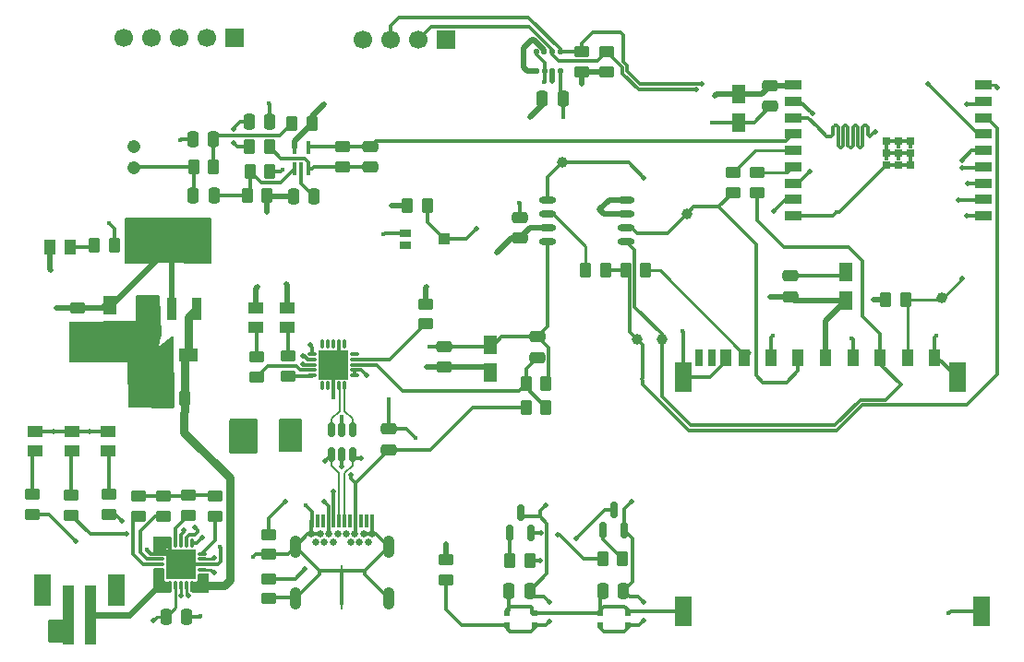
<source format=gbr>
%TF.GenerationSoftware,KiCad,Pcbnew,9.0.4*%
%TF.CreationDate,2025-12-21T22:50:02+05:30*%
%TF.ProjectId,ESP-32 C3 demo project004,4553502d-3332-4204-9333-2064656d6f20,rev?*%
%TF.SameCoordinates,Original*%
%TF.FileFunction,Copper,L1,Top*%
%TF.FilePolarity,Positive*%
%FSLAX46Y46*%
G04 Gerber Fmt 4.6, Leading zero omitted, Abs format (unit mm)*
G04 Created by KiCad (PCBNEW 9.0.4) date 2025-12-21 22:50:02*
%MOMM*%
%LPD*%
G01*
G04 APERTURE LIST*
G04 Aperture macros list*
%AMRoundRect*
0 Rectangle with rounded corners*
0 $1 Rounding radius*
0 $2 $3 $4 $5 $6 $7 $8 $9 X,Y pos of 4 corners*
0 Add a 4 corners polygon primitive as box body*
4,1,4,$2,$3,$4,$5,$6,$7,$8,$9,$2,$3,0*
0 Add four circle primitives for the rounded corners*
1,1,$1+$1,$2,$3*
1,1,$1+$1,$4,$5*
1,1,$1+$1,$6,$7*
1,1,$1+$1,$8,$9*
0 Add four rect primitives between the rounded corners*
20,1,$1+$1,$2,$3,$4,$5,0*
20,1,$1+$1,$4,$5,$6,$7,0*
20,1,$1+$1,$6,$7,$8,$9,0*
20,1,$1+$1,$8,$9,$2,$3,0*%
G04 Aperture macros list end*
%TA.AperFunction,ComponentPad*%
%ADD10O,1.050000X2.100000*%
%TD*%
%TA.AperFunction,SMDPad,CuDef*%
%ADD11R,0.200000X1.000000*%
%TD*%
%TA.AperFunction,ComponentPad*%
%ADD12C,0.650000*%
%TD*%
%TA.AperFunction,SMDPad,CuDef*%
%ADD13R,0.300000X1.200000*%
%TD*%
%TA.AperFunction,SMDPad,CuDef*%
%ADD14RoundRect,0.056250X0.168750X-0.188750X0.168750X0.188750X-0.168750X0.188750X-0.168750X-0.188750X0*%
%TD*%
%TA.AperFunction,SMDPad,CuDef*%
%ADD15RoundRect,0.250000X0.450000X-0.262500X0.450000X0.262500X-0.450000X0.262500X-0.450000X-0.262500X0*%
%TD*%
%TA.AperFunction,SMDPad,CuDef*%
%ADD16RoundRect,0.250000X-0.475000X0.250000X-0.475000X-0.250000X0.475000X-0.250000X0.475000X0.250000X0*%
%TD*%
%TA.AperFunction,SMDPad,CuDef*%
%ADD17R,1.500000X0.900000*%
%TD*%
%TA.AperFunction,SMDPad,CuDef*%
%ADD18R,0.700000X0.700000*%
%TD*%
%TA.AperFunction,ComponentPad*%
%ADD19C,0.400000*%
%TD*%
%TA.AperFunction,SMDPad,CuDef*%
%ADD20C,1.000000*%
%TD*%
%TA.AperFunction,SMDPad,CuDef*%
%ADD21R,1.230000X1.800000*%
%TD*%
%TA.AperFunction,SMDPad,CuDef*%
%ADD22RoundRect,0.250000X-0.450000X0.262500X-0.450000X-0.262500X0.450000X-0.262500X0.450000X0.262500X0*%
%TD*%
%TA.AperFunction,SMDPad,CuDef*%
%ADD23RoundRect,0.250000X-0.262500X-0.450000X0.262500X-0.450000X0.262500X0.450000X-0.262500X0.450000X0*%
%TD*%
%TA.AperFunction,SMDPad,CuDef*%
%ADD24RoundRect,0.250000X0.262500X0.450000X-0.262500X0.450000X-0.262500X-0.450000X0.262500X-0.450000X0*%
%TD*%
%TA.AperFunction,SMDPad,CuDef*%
%ADD25RoundRect,0.150000X0.150000X-0.587500X0.150000X0.587500X-0.150000X0.587500X-0.150000X-0.587500X0*%
%TD*%
%TA.AperFunction,SMDPad,CuDef*%
%ADD26O,1.600000X0.600000*%
%TD*%
%TA.AperFunction,SMDPad,CuDef*%
%ADD27R,1.400000X1.000000*%
%TD*%
%TA.AperFunction,SMDPad,CuDef*%
%ADD28RoundRect,0.250000X0.475000X-0.250000X0.475000X0.250000X-0.475000X0.250000X-0.475000X-0.250000X0*%
%TD*%
%TA.AperFunction,SMDPad,CuDef*%
%ADD29RoundRect,0.100000X0.100000X-0.495000X0.100000X0.495000X-0.100000X0.495000X-0.100000X-0.495000X0*%
%TD*%
%TA.AperFunction,SMDPad,CuDef*%
%ADD30RoundRect,0.250000X-0.250000X-0.475000X0.250000X-0.475000X0.250000X0.475000X-0.250000X0.475000X0*%
%TD*%
%TA.AperFunction,SMDPad,CuDef*%
%ADD31R,1.000000X1.400000*%
%TD*%
%TA.AperFunction,SMDPad,CuDef*%
%ADD32RoundRect,0.065000X0.065000X-0.355000X0.065000X0.355000X-0.065000X0.355000X-0.065000X-0.355000X0*%
%TD*%
%TA.AperFunction,SMDPad,CuDef*%
%ADD33RoundRect,0.065000X0.355000X-0.065000X0.355000X0.065000X-0.355000X0.065000X-0.355000X-0.065000X0*%
%TD*%
%TA.AperFunction,SMDPad,CuDef*%
%ADD34R,2.700000X2.700000*%
%TD*%
%TA.AperFunction,SMDPad,CuDef*%
%ADD35RoundRect,0.150000X-0.150000X0.512500X-0.150000X-0.512500X0.150000X-0.512500X0.150000X0.512500X0*%
%TD*%
%TA.AperFunction,SMDPad,CuDef*%
%ADD36RoundRect,0.250000X0.250000X0.475000X-0.250000X0.475000X-0.250000X-0.475000X0.250000X-0.475000X0*%
%TD*%
%TA.AperFunction,SMDPad,CuDef*%
%ADD37R,1.000000X5.500000*%
%TD*%
%TA.AperFunction,SMDPad,CuDef*%
%ADD38R,1.600000X3.000000*%
%TD*%
%TA.AperFunction,ComponentPad*%
%ADD39C,1.208000*%
%TD*%
%TA.AperFunction,SMDPad,CuDef*%
%ADD40R,0.550000X0.570000*%
%TD*%
%TA.AperFunction,SMDPad,CuDef*%
%ADD41R,1.800000X1.230000*%
%TD*%
%TA.AperFunction,SMDPad,CuDef*%
%ADD42R,1.100000X0.800000*%
%TD*%
%TA.AperFunction,SMDPad,CuDef*%
%ADD43R,1.100000X1.000000*%
%TD*%
%TA.AperFunction,ComponentPad*%
%ADD44R,1.700000X1.700000*%
%TD*%
%TA.AperFunction,ComponentPad*%
%ADD45C,1.700000*%
%TD*%
%TA.AperFunction,SMDPad,CuDef*%
%ADD46RoundRect,0.065000X0.355000X0.065000X-0.355000X0.065000X-0.355000X-0.065000X0.355000X-0.065000X0*%
%TD*%
%TA.AperFunction,SMDPad,CuDef*%
%ADD47RoundRect,0.065000X0.065000X0.355000X-0.065000X0.355000X-0.065000X-0.355000X0.065000X-0.355000X0*%
%TD*%
%TA.AperFunction,SMDPad,CuDef*%
%ADD48R,0.910000X2.810000*%
%TD*%
%TA.AperFunction,SMDPad,CuDef*%
%ADD49R,0.950000X2.150000*%
%TD*%
%TA.AperFunction,SMDPad,CuDef*%
%ADD50R,3.250000X2.150000*%
%TD*%
%TA.AperFunction,SMDPad,CuDef*%
%ADD51R,1.000000X1.500000*%
%TD*%
%TA.AperFunction,SMDPad,CuDef*%
%ADD52R,0.700000X1.500000*%
%TD*%
%TA.AperFunction,SMDPad,CuDef*%
%ADD53R,1.500000X2.800000*%
%TD*%
%TA.AperFunction,ViaPad*%
%ADD54C,0.450000*%
%TD*%
%TA.AperFunction,ViaPad*%
%ADD55C,0.500000*%
%TD*%
%TA.AperFunction,Conductor*%
%ADD56C,0.300000*%
%TD*%
%TA.AperFunction,Conductor*%
%ADD57C,0.500000*%
%TD*%
%TA.AperFunction,Conductor*%
%ADD58C,0.800000*%
%TD*%
%TA.AperFunction,Conductor*%
%ADD59C,0.250000*%
%TD*%
%TA.AperFunction,Conductor*%
%ADD60C,0.200000*%
%TD*%
%TA.AperFunction,Conductor*%
%ADD61C,0.600000*%
%TD*%
G04 APERTURE END LIST*
D10*
%TO.P,J1,S4,GND/SHIELD*%
%TO.N,GND*%
X175974000Y-96012000D03*
%TO.P,J1,S3,GND/SHIELD*%
X167434000Y-96012000D03*
%TO.P,J1,S2,GND/SHIELD*%
X175974000Y-91282000D03*
%TO.P,J1,S1,GND/SHIELD*%
X167434000Y-91282000D03*
D11*
%TO.P,J1,G4,GND/SHIELD*%
X171704000Y-96562000D03*
%TO.P,J1,G3,GND/SHIELD*%
X171704000Y-93462000D03*
D12*
%TO.P,J1,G2,GND/SHIELD*%
X169704000Y-90132000D03*
%TO.P,J1,G1,GND/SHIELD*%
X173704000Y-90132000D03*
%TO.P,J1,B12,GNDB2*%
X168904000Y-90132000D03*
%TO.P,J1,B11,SSRXP1*%
%TO.N,unconnected-(J1-SSRXP1-PadB11)*%
X169304000Y-90842000D03*
%TO.P,J1,B10,SSRXN1*%
%TO.N,unconnected-(J1-SSRXN1-PadB10)*%
X170104000Y-90842000D03*
%TO.P,J1,B9,VBUSB2*%
%TO.N,/VBUS*%
X170504000Y-90132000D03*
%TO.P,J1,B8,SBU2*%
%TO.N,unconnected-(J1-SBU2-PadB8)*%
X170904000Y-90842000D03*
%TO.P,J1,B7,DN2*%
%TO.N,/USB_DN*%
X171304000Y-90132000D03*
%TO.P,J1,B6,DP2*%
%TO.N,/USB_DP*%
X172104000Y-90132000D03*
%TO.P,J1,B5,CC2*%
%TO.N,Net-(J1-CC2)*%
X172504000Y-90842000D03*
%TO.P,J1,B4,VBUSB1*%
%TO.N,/VBUS*%
X172904000Y-90132000D03*
%TO.P,J1,B3,SSTXN2*%
%TO.N,unconnected-(J1-SSTXN2-PadB3)*%
X173304000Y-90842000D03*
%TO.P,J1,B2,SSTXP2*%
%TO.N,unconnected-(J1-SSTXP2-PadB2)*%
X174104000Y-90842000D03*
%TO.P,J1,B1,GNDB1*%
%TO.N,GND*%
X174504000Y-90132000D03*
D13*
%TO.P,J1,A12,GNDA2*%
X174454000Y-88882000D03*
%TO.P,J1,A11,SSRXP2*%
%TO.N,unconnected-(J1-SSRXP2-PadA11)*%
X173954000Y-88882000D03*
%TO.P,J1,A10,SSRXN2*%
%TO.N,unconnected-(J1-SSRXN2-PadA10)*%
X173454000Y-88882000D03*
%TO.P,J1,A9,VBUSA2*%
%TO.N,/VBUS*%
X172954000Y-88882000D03*
%TO.P,J1,A8,SBU1*%
%TO.N,unconnected-(J1-SBU1-PadA8)*%
X172454000Y-88882000D03*
%TO.P,J1,A7,DN1*%
%TO.N,/USB_DN*%
X171954000Y-88882000D03*
%TO.P,J1,A6,DP1*%
%TO.N,/USB_DP*%
X171454000Y-88882000D03*
%TO.P,J1,A5,CC1*%
%TO.N,Net-(J1-CC1)*%
X170954000Y-88882000D03*
%TO.P,J1,A4,VBUSA1*%
%TO.N,/VBUS*%
X170454000Y-88882000D03*
%TO.P,J1,A3,SSTXN1*%
%TO.N,unconnected-(J1-SSTXN1-PadA3)*%
X169954000Y-88882000D03*
%TO.P,J1,A2,SSTXP1*%
%TO.N,unconnected-(J1-SSTXP1-PadA2)*%
X169454000Y-88882000D03*
%TO.P,J1,A1,GNDA1*%
%TO.N,GND*%
X168954000Y-88882000D03*
%TD*%
D14*
%TO.P,U2,1,GND*%
%TO.N,GND*%
X189517000Y-45836000D03*
%TO.P,U2,2,CSB*%
%TO.N,+3.3V*%
X190257000Y-45856000D03*
%TO.P,U2,3,SDI*%
%TO.N,/ESP32-C3-02/SDA*%
X190987000Y-45856000D03*
%TO.P,U2,4,SCK*%
%TO.N,/ESP32-C3-02/SCL*%
X191727000Y-45846000D03*
%TO.P,U2,5,SDO*%
%TO.N,GND*%
X191727000Y-47616000D03*
%TO.P,U2,6,VDDIO*%
%TO.N,+3.3V*%
X191007000Y-47626000D03*
%TO.P,U2,7,GND*%
%TO.N,GND*%
X190267000Y-47616000D03*
%TO.P,U2,8,VDD*%
%TO.N,+3.3V*%
X189527000Y-47616000D03*
%TD*%
D15*
%TO.P,R20,2*%
%TO.N,Net-(U3-IO6)*%
X207595500Y-56914000D03*
%TO.P,R20,1*%
%TO.N,/ESP32-C3-02/SCLK*%
X207595500Y-58739000D03*
%TD*%
D16*
%TO.P,C8,2*%
%TO.N,GND*%
X210980000Y-50840500D03*
%TO.P,C8,1*%
%TO.N,+3.3V*%
X210980000Y-48940500D03*
%TD*%
D17*
%TO.P,U3,1,3V3*%
%TO.N,+3.3V*%
X213050000Y-48890500D03*
%TO.P,U3,2,EN*%
%TO.N,/ESP32-C3-02/EN*%
X213050000Y-50390500D03*
%TO.P,U3,3,IO4*%
%TO.N,/ESP32-C3-02/SDA*%
X213050000Y-51890500D03*
%TO.P,U3,4,IO5*%
%TO.N,/ESP32-C3-02/MIC_OUT*%
X213050000Y-53390500D03*
%TO.P,U3,5,IO6*%
%TO.N,Net-(U3-IO6)*%
X213050000Y-54890500D03*
%TO.P,U3,6,IO7*%
%TO.N,Net-(U3-IO7)*%
X213050000Y-56390500D03*
%TO.P,U3,7,IO8*%
%TO.N,/ESP32-C3-02/GPIO8*%
X213050000Y-57890500D03*
%TO.P,U3,8,IO9*%
%TO.N,/ESP32-C3-02/BOOT*%
X213050000Y-59390500D03*
%TO.P,U3,9,GND*%
%TO.N,GND*%
X213050000Y-60890500D03*
%TO.P,U3,10,IO10*%
%TO.N,/ESP32-C3-02/CS*%
X230550000Y-60890500D03*
%TO.P,U3,11,RXD*%
%TO.N,/ESP32-C3-02/TX_RX*%
X230550000Y-59390500D03*
%TO.P,U3,12,TXD*%
%TO.N,/ESP32-C3-02/RX_TX*%
X230550000Y-57890500D03*
%TO.P,U3,13,IO18*%
%TO.N,/ESP32-C3-02/GPIO18*%
X230550000Y-56390500D03*
%TO.P,U3,14,IO19*%
%TO.N,/ESP32-C3-02/GPIO19*%
X230550000Y-54890500D03*
%TO.P,U3,15,IO3*%
%TO.N,/ESP32-C3-02/SCL*%
X230550000Y-53390500D03*
%TO.P,U3,16,IO2*%
%TO.N,/ESP32-C3-02/MISO_DO*%
X230550000Y-51890500D03*
%TO.P,U3,17,IO1*%
%TO.N,/ESP32-C3-02/PHOTO_C*%
X230550000Y-50390500D03*
%TO.P,U3,18,IO0*%
%TO.N,/ESP32-C3-02/CS_SD*%
X230550000Y-48890500D03*
D18*
%TO.P,U3,19,GND*%
%TO.N,GND*%
X221660000Y-53990500D03*
%TO.P,U3,20,GND*%
X222760000Y-53990500D03*
%TO.P,U3,21,GND*%
X223860000Y-53990500D03*
%TO.P,U3,22,GND*%
X221660000Y-55090500D03*
%TO.P,U3,23,GND*%
X222760000Y-55090500D03*
%TO.P,U3,24,GND*%
X223860000Y-55090500D03*
%TO.P,U3,25,GND*%
X221660000Y-56190500D03*
%TO.P,U3,26,GND*%
X222760000Y-56190500D03*
%TO.P,U3,27,GND*%
X223860000Y-56190500D03*
D19*
%TO.P,U3,28,GND*%
X222210000Y-53990500D03*
%TO.P,U3,29,GND*%
X223310000Y-53990500D03*
%TO.P,U3,30,GND*%
X221660000Y-54540500D03*
%TO.P,U3,31,GND*%
X222760000Y-54540500D03*
%TO.P,U3,32,GND*%
X223860000Y-54540500D03*
%TO.P,U3,33,GND*%
X222210000Y-55090500D03*
%TO.P,U3,34,GND*%
X223310000Y-55090500D03*
%TO.P,U3,35,GND*%
X221660000Y-55640500D03*
%TO.P,U3,36,GND*%
X222760000Y-55640500D03*
%TO.P,U3,37,GND*%
X223860000Y-55640500D03*
%TO.P,U3,38,GND*%
X222210000Y-56190500D03*
%TO.P,U3,39,GND*%
X223310000Y-56190500D03*
%TD*%
D20*
%TO.P,TP1,1,1*%
%TO.N,/ESP32-C3-02/MOSI_DI*%
X201041000Y-72263000D03*
%TD*%
%TO.P,TP3,1,1*%
%TO.N,/ESP32-C3-02/SCLK*%
X203327000Y-60706000D03*
%TD*%
%TO.P,TP5,1,1*%
%TO.N,/ESP32-C3-02/CS*%
X191897000Y-56007000D03*
%TD*%
D21*
%TO.P,C7,2*%
%TO.N,GND*%
X208060000Y-52310500D03*
%TO.P,C7,1*%
%TO.N,+3.3V*%
X208060000Y-49690500D03*
%TD*%
D20*
%TO.P,TP4,1,1*%
%TO.N,/ESP32-C3-02/CS_SD*%
X226695000Y-68453000D03*
%TD*%
D22*
%TO.P,R15,2*%
%TO.N,/ESP32-C3-02/MOSI_DI*%
X209795500Y-58739000D03*
%TO.P,R15,1*%
%TO.N,Net-(U3-IO7)*%
X209795500Y-56914000D03*
%TD*%
D20*
%TO.P,TP2,1,1*%
%TO.N,/ESP32-C3-02/MISO_DO*%
X198755000Y-72263000D03*
%TD*%
D22*
%TO.P,R3,1*%
%TO.N,Net-(J1-CC2)*%
X164973000Y-94210500D03*
%TO.P,R3,2*%
%TO.N,GND*%
X164973000Y-96035500D03*
%TD*%
D23*
%TO.P,R34,1*%
%TO.N,/ESP32-C3-02/RTS*%
X195627500Y-92350000D03*
%TO.P,R34,2*%
%TO.N,Net-(Q3-B)*%
X197452500Y-92350000D03*
%TD*%
D21*
%TO.P,C4,1*%
%TO.N,+3.3V*%
X150400000Y-69100000D03*
%TO.P,C4,2*%
%TO.N,GND*%
X150400000Y-71720000D03*
%TD*%
D15*
%TO.P,R24,1*%
%TO.N,+3.3V*%
X193675000Y-47648500D03*
%TO.P,R24,2*%
%TO.N,/ESP32-C3-02/SCL*%
X193675000Y-45823500D03*
%TD*%
D24*
%TO.P,R16,1*%
%TO.N,Net-(J3-DAT0)*%
X199540500Y-65913000D03*
%TO.P,R16,2*%
%TO.N,/ESP32-C3-02/MISO_DO*%
X197715500Y-65913000D03*
%TD*%
D25*
%TO.P,Q2,1,B*%
%TO.N,Net-(Q2-B)*%
X187130000Y-89997500D03*
%TO.P,Q2,2,E*%
%TO.N,/ESP32-C3-02/RTS*%
X189030000Y-89997500D03*
%TO.P,Q2,3,C*%
%TO.N,/ESP32-C3-02/EN*%
X188080000Y-88122500D03*
%TD*%
D24*
%TO.P,R29,1*%
%TO.N,GND*%
X165082500Y-56810000D03*
%TO.P,R29,2*%
%TO.N,Net-(U7-IN+)*%
X163257500Y-56810000D03*
%TD*%
D26*
%TO.P,U6,8,VCC*%
%TO.N,+3.3V*%
X197783000Y-59436000D03*
%TO.P,U6,7,~{HOLD}/~{RESET}(IO3)*%
X197783000Y-60706000D03*
%TO.P,U6,6,CLK*%
%TO.N,/ESP32-C3-02/SCLK*%
X197783000Y-61976000D03*
%TO.P,U6,5,DI(IO0)*%
%TO.N,/ESP32-C3-02/MOSI_DI*%
X197783000Y-63246000D03*
%TO.P,U6,4,GND*%
%TO.N,GND*%
X190583000Y-63246000D03*
%TO.P,U6,3,~{WP}(IO2)*%
%TO.N,+3.3V*%
X190583000Y-61976000D03*
%TO.P,U6,2,DO(IO1)*%
%TO.N,Net-(U6-DO(IO1))*%
X190583000Y-60706000D03*
%TO.P,U6,1,~{CS}*%
%TO.N,/ESP32-C3-02/CS*%
X190583000Y-59436000D03*
%TD*%
D15*
%TO.P,R14,1*%
%TO.N,Net-(U4-~{TXT}{slash}GPIO.2)*%
X166770000Y-75593500D03*
%TO.P,R14,2*%
%TO.N,Net-(LED5-K)*%
X166770000Y-73768500D03*
%TD*%
D27*
%TO.P,LED2,1,K*%
%TO.N,Net-(LED2-K)*%
X146920000Y-82520000D03*
%TO.P,LED2,2,A*%
%TO.N,/+5V_USB*%
X146920000Y-80720000D03*
%TD*%
D23*
%TO.P,R12,1*%
%TO.N,/VBUS*%
X188607500Y-78465000D03*
%TO.P,R12,2*%
%TO.N,Net-(U4-VBUS)*%
X190432500Y-78465000D03*
%TD*%
D27*
%TO.P,LED1,1,K*%
%TO.N,Net-(LED1-K)*%
X143570000Y-82520000D03*
%TO.P,LED1,2,A*%
%TO.N,/+5V_USB*%
X143570000Y-80720000D03*
%TD*%
D23*
%TO.P,R23,1*%
%TO.N,+3.3V*%
X177717500Y-59930000D03*
%TO.P,R23,2*%
%TO.N,/ESP32-C3-02/PHOTO_C*%
X179542500Y-59930000D03*
%TD*%
D21*
%TO.P,C12,1*%
%TO.N,+3.3V*%
X217900000Y-68650500D03*
%TO.P,C12,2*%
%TO.N,GND*%
X217900000Y-66030500D03*
%TD*%
D28*
%TO.P,C13,1*%
%TO.N,+3.3V*%
X212830000Y-68320500D03*
%TO.P,C13,2*%
%TO.N,GND*%
X212830000Y-66420500D03*
%TD*%
D27*
%TO.P,LED6,1,K*%
%TO.N,Net-(LED6-K)*%
X163830000Y-71131000D03*
%TO.P,LED6,2,A*%
%TO.N,+3.3V*%
X163830000Y-69331000D03*
%TD*%
D28*
%TO.P,C20,1*%
%TO.N,Net-(U7-IN-)*%
X174270000Y-56430000D03*
%TO.P,C20,2*%
%TO.N,/ESP32-C3-02/MIC_OUT*%
X174270000Y-54530000D03*
%TD*%
D29*
%TO.P,U7,1,IN+*%
%TO.N,Net-(U7-IN+)*%
X167340000Y-56580000D03*
%TO.P,U7,2,GND*%
%TO.N,Net-(U7-GND)*%
X167990000Y-56580000D03*
%TO.P,U7,3,IN-*%
%TO.N,Net-(U7-IN-)*%
X168640000Y-56580000D03*
%TO.P,U7,4,OUT*%
%TO.N,/ESP32-C3-02/MIC_OUT*%
X168640000Y-54660000D03*
%TO.P,U7,5,VCC*%
%TO.N,+3.3V*%
X167340000Y-54660000D03*
%TD*%
D27*
%TO.P,LED3,1,K*%
%TO.N,Net-(LED3-K)*%
X150270000Y-82520000D03*
%TO.P,LED3,2,A*%
%TO.N,/+5V_USB*%
X150270000Y-80720000D03*
%TD*%
D15*
%TO.P,R2,1*%
%TO.N,Net-(U1-THERM)*%
X160100000Y-88462500D03*
%TO.P,R2,2*%
%TO.N,GND*%
X160100000Y-86637500D03*
%TD*%
D30*
%TO.P,C6,1*%
%TO.N,/+5V_USB*%
X155590000Y-97720000D03*
%TO.P,C6,2*%
%TO.N,GND*%
X157490000Y-97720000D03*
%TD*%
D24*
%TO.P,R10,1*%
%TO.N,GND*%
X150842500Y-63600000D03*
%TO.P,R10,2*%
%TO.N,/PWD_LED*%
X149017500Y-63600000D03*
%TD*%
D31*
%TO.P,LED4,1,K*%
%TO.N,/PWD_LED*%
X146760000Y-63800000D03*
%TO.P,LED4,2,A*%
%TO.N,+3.3V*%
X144960000Y-63800000D03*
%TD*%
D32*
%TO.P,U4,1,RS485/GPIO.1*%
%TO.N,unconnected-(U4-RS485{slash}GPIO.1-Pad1)*%
X169942000Y-76503000D03*
%TO.P,U4,2,CLK/GPIO.0*%
%TO.N,unconnected-(U4-CLK{slash}GPIO.0-Pad2)*%
X170442000Y-76503000D03*
%TO.P,U4,3,GND*%
%TO.N,GND*%
X170942000Y-76503000D03*
%TO.P,U4,4,D+*%
%TO.N,/ESP32-C3-02/USB_D+*%
X171442000Y-76503000D03*
%TO.P,U4,5,D-*%
%TO.N,/ESP32-C3-02/USB_D-*%
X171942000Y-76503000D03*
D33*
%TO.P,U4,6,VDD*%
%TO.N,+3.3V*%
X172877000Y-75568000D03*
%TO.P,U4,7,VREGIN*%
X172877000Y-75068000D03*
%TO.P,U4,8,VBUS*%
%TO.N,Net-(U4-VBUS)*%
X172877000Y-74568000D03*
%TO.P,U4,9,~{RST}*%
%TO.N,Net-(U4-~{RST})*%
X172877000Y-74068000D03*
%TO.P,U4,10,NC*%
%TO.N,unconnected-(U4-NC-Pad10)*%
X172877000Y-73568000D03*
D32*
%TO.P,U4,11,~{SUSPEND}*%
%TO.N,unconnected-(U4-~{SUSPEND}-Pad11)*%
X171942000Y-72633000D03*
%TO.P,U4,12,GND*%
%TO.N,GND*%
X171442000Y-72633000D03*
%TO.P,U4,13,~{WAKEUP}*%
%TO.N,unconnected-(U4-~{WAKEUP}-Pad13)*%
X170942000Y-72633000D03*
%TO.P,U4,14,SUSPEND*%
%TO.N,unconnected-(U4-SUSPEND-Pad14)*%
X170442000Y-72633000D03*
%TO.P,U4,15,~{CTS}*%
%TO.N,unconnected-(U4-~{CTS}-Pad15)*%
X169942000Y-72633000D03*
D33*
%TO.P,U4,16,~{RTS}*%
%TO.N,/ESP32-C3-02/RTS*%
X169007000Y-73568000D03*
%TO.P,U4,17,RXD*%
%TO.N,/ESP32-C3-02/RX_TX*%
X169007000Y-74068000D03*
%TO.P,U4,18,TXD*%
%TO.N,/ESP32-C3-02/TX_RX*%
X169007000Y-74568000D03*
%TO.P,U4,19,~{RXT}/GPIO.3*%
%TO.N,Net-(U4-~{RXT}{slash}GPIO.3)*%
X169007000Y-75068000D03*
%TO.P,U4,20,~{TXT}/GPIO.2*%
%TO.N,Net-(U4-~{TXT}{slash}GPIO.2)*%
X169007000Y-75568000D03*
D34*
%TO.P,U4,21,GND*%
%TO.N,GND*%
X170942000Y-74568000D03*
%TD*%
D22*
%TO.P,R4,1*%
%TO.N,Net-(J1-CC1)*%
X164973000Y-90146500D03*
%TO.P,R4,2*%
%TO.N,GND*%
X164973000Y-91971500D03*
%TD*%
%TO.P,R32,1*%
%TO.N,+3.3V*%
X181240000Y-92467500D03*
%TO.P,R32,2*%
%TO.N,/ESP32-C3-02/EN*%
X181240000Y-94292500D03*
%TD*%
D35*
%TO.P,U5,1,I/O1*%
%TO.N,/ESP32-C3-02/USB_D-*%
X172654000Y-80523500D03*
%TO.P,U5,2,GND*%
%TO.N,GND*%
X171704000Y-80523500D03*
%TO.P,U5,3,I/O2*%
%TO.N,/ESP32-C3-02/USB_D+*%
X170754000Y-80523500D03*
%TO.P,U5,4,I/O2*%
%TO.N,/USB_DP*%
X170754000Y-82798500D03*
%TO.P,U5,5,VBUS*%
%TO.N,/VBUS*%
X171704000Y-82798500D03*
%TO.P,U5,6,I/O1*%
%TO.N,/USB_DN*%
X172654000Y-82798500D03*
%TD*%
D28*
%TO.P,C11,1*%
%TO.N,Net-(U4-VBUS)*%
X189650000Y-73895000D03*
%TO.P,C11,2*%
%TO.N,GND*%
X189650000Y-71995000D03*
%TD*%
D36*
%TO.P,C2,1*%
%TO.N,+5V*%
X157320000Y-77640000D03*
%TO.P,C2,2*%
%TO.N,GND*%
X155420000Y-77640000D03*
%TD*%
D23*
%TO.P,R13,1*%
%TO.N,Net-(U4-VBUS)*%
X188607500Y-76285000D03*
%TO.P,R13,2*%
%TO.N,GND*%
X190432500Y-76285000D03*
%TD*%
D27*
%TO.P,LED5,1,K*%
%TO.N,Net-(LED5-K)*%
X166680000Y-71171000D03*
%TO.P,LED5,2,A*%
%TO.N,+3.3V*%
X166680000Y-69371000D03*
%TD*%
D23*
%TO.P,R27,1*%
%TO.N,Net-(U7-IN+)*%
X163017500Y-59060000D03*
%TO.P,R27,2*%
%TO.N,+3.3V*%
X164842500Y-59060000D03*
%TD*%
D37*
%TO.P,J2,1,1*%
%TO.N,GND*%
X146640000Y-97530000D03*
%TO.P,J2,2,2*%
%TO.N,/VBAT*%
X148640000Y-97530000D03*
D38*
%TO.P,J2,S1*%
%TO.N,N/C*%
X144240000Y-95280000D03*
%TO.P,J2,S2*%
X151040000Y-95280000D03*
%TD*%
D15*
%TO.P,R31,1*%
%TO.N,Net-(U7-IN-)*%
X171730000Y-56392500D03*
%TO.P,R31,2*%
%TO.N,/ESP32-C3-02/MIC_OUT*%
X171730000Y-54567500D03*
%TD*%
D39*
%TO.P,MK1,GND*%
%TO.N,GND*%
X152638000Y-54549000D03*
%TO.P,MK1,OUT*%
%TO.N,Net-(C17-Pad2)*%
X152638000Y-56449000D03*
%TD*%
D23*
%TO.P,R28,1*%
%TO.N,Net-(C17-Pad2)*%
X158107500Y-56390000D03*
%TO.P,R28,2*%
%TO.N,Net-(C16-Pad2)*%
X159932500Y-56390000D03*
%TD*%
D40*
%TO.P,S1,1*%
%TO.N,GND*%
X195382500Y-97340000D03*
%TO.P,S1,2*%
X197932500Y-97340000D03*
%TO.P,S1,3*%
%TO.N,/ESP32-C3-02/BOOT*%
X195382500Y-98500000D03*
%TO.P,S1,4*%
X197932500Y-98500000D03*
%TD*%
D24*
%TO.P,R19,1*%
%TO.N,/ESP32-C3-02/CS_SD*%
X223402500Y-68600500D03*
%TO.P,R19,2*%
%TO.N,+3.3V*%
X221577500Y-68600500D03*
%TD*%
D41*
%TO.P,C3,1*%
%TO.N,+5V*%
X157610000Y-73640000D03*
%TO.P,C3,2*%
%TO.N,GND*%
X154990000Y-73640000D03*
%TD*%
D40*
%TO.P,S2,1*%
%TO.N,GND*%
X186815000Y-97340000D03*
%TO.P,S2,2*%
X189365000Y-97340000D03*
%TO.P,S2,3*%
%TO.N,/ESP32-C3-02/EN*%
X186815000Y-98500000D03*
%TO.P,S2,4*%
X189365000Y-98500000D03*
%TD*%
D15*
%TO.P,R8,1*%
%TO.N,/CHARGED*%
X146890000Y-88392500D03*
%TO.P,R8,2*%
%TO.N,Net-(LED2-K)*%
X146890000Y-86567500D03*
%TD*%
%TO.P,R9,1*%
%TO.N,/CHARGING*%
X143290000Y-88322500D03*
%TO.P,R9,2*%
%TO.N,Net-(LED1-K)*%
X143290000Y-86497500D03*
%TD*%
D42*
%TO.P,Q1,1*%
%TO.N,GND*%
X177545000Y-62460000D03*
%TO.P,Q1,2*%
%TO.N,N/C*%
X177545000Y-63560000D03*
D43*
%TO.P,Q1,3*%
%TO.N,/ESP32-C3-02/PHOTO_C*%
X181055000Y-63010000D03*
%TD*%
D23*
%TO.P,R30,1*%
%TO.N,Net-(C19-Pad2)*%
X163217500Y-54560000D03*
%TO.P,R30,2*%
%TO.N,Net-(U7-IN-)*%
X165042500Y-54560000D03*
%TD*%
D16*
%TO.P,C5,1*%
%TO.N,+3.3V*%
X147480000Y-69370000D03*
%TO.P,C5,2*%
%TO.N,GND*%
X147480000Y-71270000D03*
%TD*%
D30*
%TO.P,C16,1*%
%TO.N,GND*%
X158050000Y-53860000D03*
%TO.P,C16,2*%
%TO.N,Net-(C16-Pad2)*%
X159950000Y-53860000D03*
%TD*%
D24*
%TO.P,R33,1*%
%TO.N,/ESP32-C3-02/DTR*%
X188942500Y-92530000D03*
%TO.P,R33,2*%
%TO.N,Net-(Q2-B)*%
X187117500Y-92530000D03*
%TD*%
D36*
%TO.P,C19,1*%
%TO.N,GND*%
X165080000Y-52280000D03*
%TO.P,C19,2*%
%TO.N,Net-(C19-Pad2)*%
X163180000Y-52280000D03*
%TD*%
D44*
%TO.P,J4,1,Pin_1*%
%TO.N,+3.3V*%
X181210000Y-44720000D03*
D45*
%TO.P,J4,2,Pin_2*%
%TO.N,/ESP32-C3-02/SDA*%
X178670000Y-44720000D03*
%TO.P,J4,3,Pin_3*%
%TO.N,/ESP32-C3-02/SCL*%
X176130000Y-44720000D03*
%TO.P,J4,4,Pin_4*%
%TO.N,GND*%
X173590000Y-44720000D03*
%TD*%
D15*
%TO.P,R25,1*%
%TO.N,+3.3V*%
X195961000Y-47648500D03*
%TO.P,R25,2*%
%TO.N,/ESP32-C3-02/SDA*%
X195961000Y-45823500D03*
%TD*%
D23*
%TO.P,R26,1*%
%TO.N,Net-(C16-Pad2)*%
X167147500Y-52410000D03*
%TO.P,R26,2*%
%TO.N,+3.3V*%
X168972500Y-52410000D03*
%TD*%
D46*
%TO.P,U1,1,OUT*%
%TO.N,+5V*%
X158875000Y-93920000D03*
%TO.P,U1,2,VPCC*%
%TO.N,/+5V_USB*%
X158875000Y-93420000D03*
%TO.P,U1,3,SEL*%
%TO.N,GND*%
X158875000Y-92920000D03*
%TO.P,U1,4,PROG2*%
%TO.N,/+5V_USB*%
X158875000Y-92420000D03*
%TO.P,U1,5,THERM*%
%TO.N,Net-(U1-THERM)*%
X158875000Y-91920000D03*
D47*
%TO.P,U1,6,~{PG}*%
%TO.N,/CHARGING*%
X157940000Y-90985000D03*
%TO.P,U1,7,STAT2*%
%TO.N,/CHARGING_POWER_GOOD*%
X157440000Y-90985000D03*
%TO.P,U1,8,STAT1/~{LBO}*%
%TO.N,/CHARGED*%
X156940000Y-90985000D03*
%TO.P,U1,9,~{TE}*%
%TO.N,Net-(U1-~{TE})*%
X156440000Y-90985000D03*
%TO.P,U1,10,VSS*%
%TO.N,GND*%
X155940000Y-90985000D03*
D46*
%TO.P,U1,11,VSS*%
X155005000Y-91920000D03*
%TO.P,U1,12,PROG3*%
%TO.N,Net-(U1-PROG3)*%
X155005000Y-92420000D03*
%TO.P,U1,13,PROG1*%
%TO.N,Net-(U1-PROG1)*%
X155005000Y-92920000D03*
%TO.P,U1,14,VBAT*%
%TO.N,/VBAT*%
X155005000Y-93420000D03*
%TO.P,U1,15,VBAT*%
X155005000Y-93920000D03*
D47*
%TO.P,U1,16,VBAT_SENSE*%
X155940000Y-94855000D03*
%TO.P,U1,17,CE*%
%TO.N,/+5V_USB*%
X156440000Y-94855000D03*
%TO.P,U1,18,IN*%
X156940000Y-94855000D03*
%TO.P,U1,19,IN*%
X157440000Y-94855000D03*
%TO.P,U1,20,out*%
%TO.N,+5V*%
X157940000Y-94855000D03*
D34*
%TO.P,U1,21,VSS*%
%TO.N,GND*%
X156940000Y-92920000D03*
%TD*%
D15*
%TO.P,R18,1*%
%TO.N,Net-(U4-~{RXT}{slash}GPIO.3)*%
X163920000Y-75683500D03*
%TO.P,R18,2*%
%TO.N,Net-(LED6-K)*%
X163920000Y-73858500D03*
%TD*%
D21*
%TO.P,C9,1*%
%TO.N,GND*%
X185340000Y-72705000D03*
%TO.P,C9,2*%
%TO.N,+3.3V*%
X185340000Y-75325000D03*
%TD*%
D22*
%TO.P,R11,1*%
%TO.N,+3.3V*%
X179360000Y-68992500D03*
%TO.P,R11,2*%
%TO.N,Net-(U4-~{RST})*%
X179360000Y-70817500D03*
%TD*%
D15*
%TO.P,R5,1*%
%TO.N,Net-(U1-PROG1)*%
X153030000Y-88462500D03*
%TO.P,R5,2*%
%TO.N,GND*%
X153030000Y-86637500D03*
%TD*%
D16*
%TO.P,C10,1*%
%TO.N,GND*%
X181110000Y-72885000D03*
%TO.P,C10,2*%
%TO.N,+3.3V*%
X181110000Y-74785000D03*
%TD*%
D48*
%TO.P,F1,1,1*%
%TO.N,/VBUS*%
X166497000Y-81026000D03*
%TO.P,F1,2,2*%
%TO.N,/+5V_USB*%
X163257000Y-81026000D03*
%TD*%
D15*
%TO.P,R1,1*%
%TO.N,Net-(U1-~{TE})*%
X157640000Y-88392500D03*
%TO.P,R1,2*%
%TO.N,GND*%
X157640000Y-86567500D03*
%TD*%
D36*
%TO.P,C22,1*%
%TO.N,/ESP32-C3-02/EN*%
X188910000Y-95320000D03*
%TO.P,C22,2*%
%TO.N,GND*%
X187010000Y-95320000D03*
%TD*%
D44*
%TO.P,J5,1,Pin_1*%
%TO.N,+3.3V*%
X161840000Y-44580000D03*
D45*
%TO.P,J5,2,Pin_2*%
%TO.N,/ESP32-C3-02/GPIO8*%
X159300000Y-44580000D03*
%TO.P,J5,3,Pin_3*%
%TO.N,/ESP32-C3-02/GPIO18*%
X156760000Y-44580000D03*
%TO.P,J5,4,Pin_4*%
%TO.N,/ESP32-C3-02/GPIO19*%
X154220000Y-44580000D03*
%TO.P,J5,5,Pin_5*%
%TO.N,GND*%
X151680000Y-44580000D03*
%TD*%
D16*
%TO.P,C14,1*%
%TO.N,GND*%
X187999000Y-61029000D03*
%TO.P,C14,2*%
%TO.N,+3.3V*%
X187999000Y-62929000D03*
%TD*%
D30*
%TO.P,C15,1*%
%TO.N,+3.3V*%
X190058000Y-50165000D03*
%TO.P,C15,2*%
%TO.N,GND*%
X191958000Y-50165000D03*
%TD*%
D49*
%TO.P,VR1,1,GND*%
%TO.N,GND*%
X153770000Y-69440000D03*
%TO.P,VR1,2,VOUT_2*%
%TO.N,+3.3V*%
X156070000Y-69440000D03*
%TO.P,VR1,3,VIN*%
%TO.N,+5V*%
X158370000Y-69440000D03*
D50*
%TO.P,VR1,4,VOUT_4*%
%TO.N,+3.3V*%
X156070000Y-63640000D03*
%TD*%
D36*
%TO.P,C17,1*%
%TO.N,Net-(U7-IN+)*%
X159980000Y-59000000D03*
%TO.P,C17,2*%
%TO.N,Net-(C17-Pad2)*%
X158080000Y-59000000D03*
%TD*%
D15*
%TO.P,R6,1*%
%TO.N,Net-(U1-PROG3)*%
X155370000Y-88462500D03*
%TO.P,R6,2*%
%TO.N,GND*%
X155370000Y-86637500D03*
%TD*%
D51*
%TO.P,J3,1,CD/DAT3*%
%TO.N,/ESP32-C3-02/CS_SD*%
X223545000Y-73890000D03*
%TO.P,J3,2,CMD*%
%TO.N,/ESP32-C3-02/MOSI_DI*%
X221045000Y-73890000D03*
%TO.P,J3,3,VSS1*%
%TO.N,GND*%
X218545000Y-73890000D03*
%TO.P,J3,4,VDD1*%
%TO.N,+3.3V*%
X216045000Y-73890000D03*
%TO.P,J3,5,CLK*%
%TO.N,/ESP32-C3-02/SCLK*%
X213545000Y-73890000D03*
%TO.P,J3,6,VSS2*%
%TO.N,GND*%
X211045000Y-73890000D03*
%TO.P,J3,7,DAT0*%
%TO.N,Net-(J3-DAT0)*%
X208620000Y-73890000D03*
%TO.P,J3,8,DAT1*%
%TO.N,GND*%
X206920000Y-73890000D03*
%TO.P,J3,9,DAT2*%
X226045000Y-73890000D03*
D52*
%TO.P,J3,CD_IND,CD_IND*%
%TO.N,unconnected-(J3-PadCD_IND)*%
X205620000Y-73890000D03*
D53*
%TO.P,J3,G1,SHIELD_GND*%
%TO.N,GND*%
X203020000Y-75690000D03*
%TO.P,J3,G2,SHIELD_GND*%
X228120000Y-75690000D03*
%TO.P,J3,G3,SHIELD_GND*%
X230320000Y-97190000D03*
%TO.P,J3,G4,SHIELD_GND*%
X203020000Y-97190000D03*
D52*
%TO.P,J3,WP,WP*%
%TO.N,unconnected-(J3-PadWP)*%
X204420000Y-73890000D03*
%TD*%
D28*
%TO.P,C1,1*%
%TO.N,/VBUS*%
X176022000Y-82357000D03*
%TO.P,C1,2*%
%TO.N,GND*%
X176022000Y-80457000D03*
%TD*%
D36*
%TO.P,C21,1*%
%TO.N,/ESP32-C3-02/BOOT*%
X197520000Y-95320000D03*
%TO.P,C21,2*%
%TO.N,GND*%
X195620000Y-95320000D03*
%TD*%
D15*
%TO.P,R7,1*%
%TO.N,/CHARGING_POWER_GOOD*%
X150360000Y-88322500D03*
%TO.P,R7,2*%
%TO.N,Net-(LED3-K)*%
X150360000Y-86497500D03*
%TD*%
D30*
%TO.P,C18,1*%
%TO.N,+3.3V*%
X167240000Y-59090000D03*
%TO.P,C18,2*%
%TO.N,Net-(U7-GND)*%
X169140000Y-59090000D03*
%TD*%
D25*
%TO.P,Q3,1,B*%
%TO.N,Net-(Q3-B)*%
X195680000Y-89787500D03*
%TO.P,Q3,2,E*%
%TO.N,/ESP32-C3-02/BOOT*%
X197580000Y-89787500D03*
%TO.P,Q3,3,C*%
%TO.N,/ESP32-C3-02/DTR*%
X196630000Y-87912500D03*
%TD*%
D24*
%TO.P,R22,1*%
%TO.N,/ESP32-C3-02/MISO_DO*%
X195857500Y-65913000D03*
%TO.P,R22,2*%
%TO.N,Net-(U6-DO(IO1))*%
X194032500Y-65913000D03*
%TD*%
D54*
%TO.N,GND*%
X187960000Y-59690000D03*
X166243000Y-56642000D03*
X171701716Y-79359852D03*
X170929000Y-77597000D03*
X176022000Y-77724000D03*
X179705000Y-72898000D03*
X156845000Y-53975000D03*
X226187000Y-71882000D03*
X217043000Y-60569000D03*
X215011000Y-66420500D03*
X205613000Y-52324000D03*
X202946000Y-71501000D03*
X211201000Y-71882000D03*
X218440000Y-72136000D03*
X192405000Y-97340000D03*
X227330000Y-97409000D03*
X190246000Y-48641000D03*
X192024000Y-51816000D03*
X164973000Y-50546000D03*
X175514000Y-62611000D03*
X153797000Y-91567000D03*
X163576000Y-92202000D03*
X168402000Y-87503000D03*
X178435000Y-81280000D03*
X150368000Y-61595000D03*
X158877000Y-86567500D03*
X156591000Y-86637500D03*
X154178000Y-86637500D03*
X158750000Y-97663000D03*
X160528000Y-91313000D03*
X154000000Y-76180000D03*
X154000000Y-77700000D03*
X152810000Y-77700000D03*
X152810000Y-76200000D03*
X152760000Y-74960000D03*
X152019000Y-73914000D03*
X150290000Y-73840000D03*
X148770000Y-73860000D03*
X147470000Y-73840000D03*
X154700000Y-90710000D03*
X145440000Y-99670000D03*
X145450000Y-98970000D03*
X145450000Y-98310000D03*
D55*
%TO.N,/ESP32-C3-02/TX_RX*%
X228201396Y-59418396D03*
%TO.N,/ESP32-C3-02/RX_TX*%
X229108000Y-57912000D03*
X168148000Y-73787000D03*
%TO.N,/ESP32-C3-02/TX_RX*%
X168148000Y-74518000D03*
%TO.N,/ESP32-C3-02/PHOTO_C*%
X228981000Y-50673000D03*
X184023000Y-62103000D03*
%TO.N,Net-(C19-Pad2)*%
X161798000Y-52909000D03*
X161798000Y-54229000D03*
%TO.N,/ESP32-C3-02/GPIO19*%
X228536262Y-55813882D03*
%TO.N,/ESP32-C3-02/GPIO18*%
X228600000Y-56515000D03*
%TO.N,/ESP32-C3-02/GPIO8*%
X214630000Y-56854000D03*
%TO.N,/ESP32-C3-02/EN*%
X190373000Y-87503000D03*
X214817409Y-51501591D03*
%TO.N,/ESP32-C3-02/RTS*%
X168783000Y-72771000D03*
%TO.N,/VBUS*%
X172509535Y-84714535D03*
%TO.N,+3.3V*%
X173990000Y-75565000D03*
X179451000Y-74803000D03*
%TO.N,/ESP32-C3-02/BOOT*%
X211328000Y-60452000D03*
X198247000Y-87122000D03*
%TO.N,/ESP32-C3-02/DTR*%
X193167000Y-90551000D03*
X189900000Y-92583000D03*
%TO.N,/ESP32-C3-02/RTS*%
X191516000Y-90170000D03*
X189950000Y-90043000D03*
%TO.N,/ESP32-C3-02/BOOT*%
X199390000Y-98044000D03*
X199390000Y-96393000D03*
%TO.N,/ESP32-C3-02/EN*%
X190754000Y-98171000D03*
X190754000Y-96393000D03*
%TO.N,Net-(J1-CC1)*%
X170900000Y-86231472D03*
X166497000Y-87122000D03*
%TO.N,Net-(J1-CC2)*%
X168275000Y-93345000D03*
%TO.N,/CHARGING*%
X158877000Y-90424000D03*
X147320000Y-90805000D03*
%TO.N,/CHARGED*%
X157226000Y-89789000D03*
X151927000Y-90124814D03*
%TO.N,/CHARGING_POWER_GOOD*%
X158242258Y-89531183D03*
X151494911Y-88916089D03*
%TO.N,+3.3V*%
X205867000Y-49918000D03*
X220472000Y-68580000D03*
X210947000Y-68326000D03*
X181229000Y-91059000D03*
X185928000Y-64262000D03*
X195326000Y-60325000D03*
X176276000Y-59944000D03*
X193675000Y-48768000D03*
X191008000Y-48514000D03*
X189103000Y-44704000D03*
X188976000Y-51816000D03*
X164846000Y-60579000D03*
X170053000Y-50673000D03*
%TO.N,/USB_DP*%
X170180000Y-83439000D03*
%TO.N,/USB_DN*%
X173482000Y-83185000D03*
%TO.N,/VBUS*%
X170053000Y-87122000D03*
X171704000Y-83947000D03*
%TO.N,+3.3V*%
X179451000Y-67437000D03*
X166624000Y-67183000D03*
X163957000Y-67437000D03*
X145034000Y-65913000D03*
X145542000Y-69342000D03*
%TO.N,/+5V_USB*%
X148590000Y-80720000D03*
X145288000Y-80720000D03*
X160020000Y-93664003D03*
X160020000Y-92263997D03*
X157622003Y-95758000D03*
X156972000Y-95758000D03*
X154432000Y-98044000D03*
%TO.N,/VBUS*%
X167671000Y-82042000D03*
X167671000Y-81026000D03*
X167671000Y-80137000D03*
%TO.N,/ESP32-C3-02/CS*%
X228981000Y-60890500D03*
X199390000Y-57404000D03*
%TO.N,/ESP32-C3-02/CS_SD*%
X228600000Y-66675000D03*
X231809631Y-49114369D03*
%TO.N,/ESP32-C3-02/SDA*%
X220599000Y-53161250D03*
X204203998Y-49318000D03*
%TO.N,/ESP32-C3-02/SCL*%
X225425000Y-48768000D03*
X204724000Y-48768000D03*
%TO.N,+3.3V*%
X152273000Y-61722000D03*
X153797000Y-61722000D03*
X159258000Y-61722000D03*
X157861000Y-61722000D03*
X156464000Y-61722000D03*
X155067000Y-61722000D03*
%TO.N,/+5V_USB*%
X161927000Y-82036000D03*
X161907000Y-81076000D03*
X161897000Y-80146000D03*
%TD*%
D56*
%TO.N,GND*%
X160294114Y-92920000D02*
X158875000Y-92920000D01*
X160571000Y-92643114D02*
X160294114Y-92920000D01*
X160571000Y-91356000D02*
X160571000Y-92643114D01*
X160528000Y-91313000D02*
X160571000Y-91356000D01*
X190583000Y-71062000D02*
X189650000Y-71995000D01*
X190583000Y-63246000D02*
X190583000Y-71062000D01*
X187999000Y-59729000D02*
X187960000Y-59690000D01*
X187999000Y-61029000D02*
X187999000Y-59729000D01*
X190626000Y-76091500D02*
X190432500Y-76285000D01*
X190626000Y-72971000D02*
X190626000Y-76091500D01*
X189650000Y-71995000D02*
X190626000Y-72971000D01*
X217281500Y-60569000D02*
X221660000Y-56190500D01*
X217043000Y-60569000D02*
X217281500Y-60569000D01*
X216721500Y-60890500D02*
X213050000Y-60890500D01*
X217043000Y-60569000D02*
X216721500Y-60890500D01*
X185608000Y-72705000D02*
X186318000Y-71995000D01*
X185340000Y-72705000D02*
X185608000Y-72705000D01*
X186318000Y-71995000D02*
X189650000Y-71995000D01*
X166075000Y-56810000D02*
X166243000Y-56642000D01*
X165082500Y-56810000D02*
X166075000Y-56810000D01*
X171704000Y-79502000D02*
X171704000Y-80523500D01*
X171701716Y-79359852D02*
X171701716Y-79499716D01*
X171701716Y-79499716D02*
X171704000Y-79502000D01*
X170942000Y-77584000D02*
X170929000Y-77597000D01*
X170942000Y-76503000D02*
X170942000Y-77584000D01*
X171442000Y-74068000D02*
X170942000Y-74568000D01*
X171442000Y-72633000D02*
X171442000Y-74068000D01*
X170942000Y-76503000D02*
X170942000Y-74568000D01*
X176022000Y-80457000D02*
X176022000Y-77724000D01*
X179718000Y-72885000D02*
X179705000Y-72898000D01*
X181110000Y-72885000D02*
X179718000Y-72885000D01*
X156960000Y-53860000D02*
X156845000Y-53975000D01*
X158050000Y-53860000D02*
X156960000Y-53860000D01*
X226045000Y-72024000D02*
X226187000Y-71882000D01*
X226045000Y-73890000D02*
X226045000Y-72024000D01*
X215011000Y-66420500D02*
X217510000Y-66420500D01*
X222760000Y-53990500D02*
X223860000Y-53990500D01*
X221660000Y-53990500D02*
X222760000Y-53990500D01*
X221660000Y-55090500D02*
X221660000Y-53990500D01*
X222760000Y-55090500D02*
X221660000Y-55090500D01*
X222760000Y-55090500D02*
X222210000Y-55090500D01*
X223860000Y-55090500D02*
X222760000Y-55090500D01*
X223860000Y-56190500D02*
X223860000Y-55090500D01*
X222760000Y-56190500D02*
X223860000Y-56190500D01*
X221660000Y-56190500D02*
X222760000Y-56190500D01*
X205626500Y-52310500D02*
X205613000Y-52324000D01*
X208060000Y-52310500D02*
X205626500Y-52310500D01*
X209510000Y-52310500D02*
X210980000Y-50840500D01*
X208060000Y-52310500D02*
X209510000Y-52310500D01*
X203020000Y-71575000D02*
X202946000Y-71501000D01*
X203020000Y-75690000D02*
X203020000Y-71575000D01*
X205488000Y-75690000D02*
X203020000Y-75690000D01*
X206920000Y-73890000D02*
X206920000Y-74258000D01*
X206920000Y-74258000D02*
X205488000Y-75690000D01*
X211045000Y-72038000D02*
X211201000Y-71882000D01*
X211045000Y-73890000D02*
X211045000Y-72038000D01*
X218545000Y-72241000D02*
X218440000Y-72136000D01*
X218545000Y-73890000D02*
X218545000Y-72241000D01*
X192405000Y-97340000D02*
X195382500Y-97340000D01*
X187010000Y-97145000D02*
X186815000Y-97340000D01*
X187010000Y-95320000D02*
X187010000Y-97145000D01*
X189296000Y-97409000D02*
X189365000Y-97340000D01*
X189141000Y-96857454D02*
X189141000Y-97409000D01*
X189052546Y-96769000D02*
X189141000Y-96857454D01*
X187127454Y-96769000D02*
X189052546Y-96769000D01*
X186815000Y-97081454D02*
X187127454Y-96769000D01*
X189141000Y-97409000D02*
X189296000Y-97409000D01*
X186815000Y-97340000D02*
X186815000Y-97081454D01*
X189365000Y-97340000D02*
X192405000Y-97340000D01*
X195382500Y-95557500D02*
X195620000Y-95320000D01*
X195382500Y-97340000D02*
X195382500Y-95557500D01*
X195382500Y-97081454D02*
X195382500Y-97340000D01*
X195694954Y-96769000D02*
X195382500Y-97081454D01*
X197932500Y-97081454D02*
X197620046Y-96769000D01*
X197620046Y-96769000D02*
X195694954Y-96769000D01*
X197932500Y-97340000D02*
X197932500Y-97081454D01*
X198082500Y-97190000D02*
X197932500Y-97340000D01*
X203020000Y-97190000D02*
X198082500Y-97190000D01*
X227549000Y-97190000D02*
X227330000Y-97409000D01*
X230320000Y-97190000D02*
X227549000Y-97190000D01*
X226320000Y-73890000D02*
X228120000Y-75690000D01*
X226045000Y-73890000D02*
X226320000Y-73890000D01*
X217510000Y-66420500D02*
X217900000Y-66030500D01*
X212830000Y-66420500D02*
X215011000Y-66420500D01*
X190267000Y-48620000D02*
X190246000Y-48641000D01*
X190267000Y-47616000D02*
X190267000Y-48620000D01*
X189517000Y-46050998D02*
X189517000Y-45836000D01*
X190267000Y-46800998D02*
X189517000Y-46050998D01*
X190267000Y-47616000D02*
X190267000Y-46800998D01*
X191727000Y-49934000D02*
X191958000Y-50165000D01*
X191727000Y-47616000D02*
X191727000Y-49934000D01*
X191958000Y-51750000D02*
X192024000Y-51816000D01*
X191958000Y-50165000D02*
X191958000Y-51750000D01*
X165080000Y-50653000D02*
X164973000Y-50546000D01*
X165080000Y-52280000D02*
X165080000Y-50653000D01*
X175665000Y-62460000D02*
X175514000Y-62611000D01*
X177545000Y-62460000D02*
X175665000Y-62460000D01*
X154150000Y-91920000D02*
X153797000Y-91567000D01*
X155005000Y-91920000D02*
X154150000Y-91920000D01*
X185160000Y-72885000D02*
X185340000Y-72705000D01*
X181110000Y-72885000D02*
X185160000Y-72885000D01*
X163806500Y-91971500D02*
X163576000Y-92202000D01*
X164973000Y-91971500D02*
X163806500Y-91971500D01*
X173794000Y-93832000D02*
X175974000Y-96012000D01*
X173794000Y-93462000D02*
X173794000Y-93832000D01*
X171704000Y-93462000D02*
X171704000Y-96562000D01*
X169614000Y-93832000D02*
X167434000Y-96012000D01*
X169614000Y-93462000D02*
X169614000Y-93832000D01*
X168584000Y-90132000D02*
X167434000Y-91282000D01*
X168904000Y-90132000D02*
X168584000Y-90132000D01*
X173794000Y-93462000D02*
X171704000Y-93462000D01*
X175974000Y-91282000D02*
X173794000Y-93462000D01*
X169614000Y-93462000D02*
X167434000Y-91282000D01*
X171704000Y-93462000D02*
X169614000Y-93462000D01*
X174504000Y-90132000D02*
X173704000Y-90132000D01*
X174454000Y-90082000D02*
X174504000Y-90132000D01*
X174454000Y-88882000D02*
X174454000Y-90082000D01*
X174824000Y-90132000D02*
X175974000Y-91282000D01*
X174504000Y-90132000D02*
X174824000Y-90132000D01*
X166744500Y-91971500D02*
X167434000Y-91282000D01*
X164973000Y-91971500D02*
X166744500Y-91971500D01*
X167404500Y-95982500D02*
X167434000Y-96012000D01*
X164973000Y-96035500D02*
X165026000Y-95982500D01*
X165026000Y-95982500D02*
X167404500Y-95982500D01*
X169704000Y-90132000D02*
X168904000Y-90132000D01*
X168904000Y-88932000D02*
X168954000Y-88882000D01*
X168904000Y-90132000D02*
X168904000Y-88932000D01*
X168954000Y-88055000D02*
X168402000Y-87503000D01*
X168954000Y-88882000D02*
X168954000Y-88055000D01*
X177612000Y-80457000D02*
X178435000Y-81280000D01*
X176022000Y-80457000D02*
X177612000Y-80457000D01*
X150842500Y-62069500D02*
X150368000Y-61595000D01*
X150842500Y-63600000D02*
X150842500Y-62069500D01*
X158877000Y-86567500D02*
X160030000Y-86567500D01*
X156591000Y-86637500D02*
X157570000Y-86637500D01*
X154178000Y-86637500D02*
X155370000Y-86637500D01*
X160030000Y-86567500D02*
X160100000Y-86637500D01*
X157640000Y-86567500D02*
X158877000Y-86567500D01*
X157570000Y-86637500D02*
X157640000Y-86567500D01*
X155370000Y-86637500D02*
X156591000Y-86637500D01*
X153030000Y-86637500D02*
X154178000Y-86637500D01*
X158693000Y-97720000D02*
X158750000Y-97663000D01*
X157490000Y-97720000D02*
X158693000Y-97720000D01*
X155940000Y-91920000D02*
X155005000Y-91920000D01*
X156940000Y-92920000D02*
X155940000Y-91920000D01*
X155940000Y-91920000D02*
X155940000Y-90985000D01*
X156940000Y-92920000D02*
X158875000Y-92920000D01*
X157690000Y-92920000D02*
X157734000Y-92964000D01*
%TO.N,Net-(LED3-K)*%
X150360000Y-82610000D02*
X150270000Y-82520000D01*
X150360000Y-86497500D02*
X150360000Y-82610000D01*
%TO.N,Net-(LED2-K)*%
X146890000Y-82550000D02*
X146920000Y-82520000D01*
X146890000Y-86567500D02*
X146890000Y-82550000D01*
%TO.N,Net-(LED1-K)*%
X143290000Y-82800000D02*
X143570000Y-82520000D01*
X143290000Y-86497500D02*
X143290000Y-82800000D01*
%TO.N,/ESP32-C3-02/GPIO19*%
X229459644Y-54890500D02*
X230550000Y-54890500D01*
X228536262Y-55813882D02*
X229459644Y-54890500D01*
%TO.N,/ESP32-C3-02/TX_RX*%
X230522104Y-59418396D02*
X230550000Y-59390500D01*
X228201396Y-59418396D02*
X230522104Y-59418396D01*
%TO.N,/ESP32-C3-02/CS*%
X228981000Y-60890500D02*
X230550000Y-60890500D01*
D57*
%TO.N,+3.3V*%
X187261000Y-62929000D02*
X187999000Y-62929000D01*
X185928000Y-64262000D02*
X187261000Y-62929000D01*
D56*
%TO.N,/ESP32-C3-02/RX_TX*%
X229108000Y-57912000D02*
X230528500Y-57912000D01*
X230528500Y-57912000D02*
X230550000Y-57890500D01*
X168275000Y-73787000D02*
X168148000Y-73787000D01*
X168556000Y-74068000D02*
X168275000Y-73787000D01*
X169007000Y-74068000D02*
X168556000Y-74068000D01*
%TO.N,/ESP32-C3-02/TX_RX*%
X168198000Y-74568000D02*
X168148000Y-74518000D01*
X169007000Y-74568000D02*
X168198000Y-74568000D01*
%TO.N,Net-(U4-~{RXT}{slash}GPIO.3)*%
X167851000Y-75068000D02*
X169007000Y-75068000D01*
X167513000Y-74730000D02*
X167851000Y-75068000D01*
X164873500Y-74730000D02*
X167513000Y-74730000D01*
X163920000Y-75683500D02*
X164873500Y-74730000D01*
%TO.N,Net-(U4-~{RST})*%
X176109500Y-74068000D02*
X179360000Y-70817500D01*
X172877000Y-74068000D02*
X176109500Y-74068000D01*
%TO.N,Net-(U4-VBUS)*%
X187930500Y-76962000D02*
X177281114Y-76962000D01*
X174887114Y-74568000D02*
X172877000Y-74568000D01*
X188607500Y-76285000D02*
X187930500Y-76962000D01*
X177281114Y-76962000D02*
X174887114Y-74568000D01*
%TO.N,+3.3V*%
X173493000Y-75068000D02*
X172877000Y-75068000D01*
X173990000Y-75565000D02*
X173493000Y-75068000D01*
%TO.N,Net-(U4-VBUS)*%
X188607500Y-76640000D02*
X190432500Y-78465000D01*
X188607500Y-76285000D02*
X188607500Y-76640000D01*
X188607500Y-76285000D02*
X188607500Y-74937500D01*
X188607500Y-74937500D02*
X189650000Y-73895000D01*
%TO.N,/VBUS*%
X179771000Y-82357000D02*
X183663000Y-78465000D01*
X176022000Y-82357000D02*
X179771000Y-82357000D01*
X183663000Y-78465000D02*
X188607500Y-78465000D01*
%TO.N,/ESP32-C3-02/PHOTO_C*%
X228981000Y-50673000D02*
X230267500Y-50673000D01*
X230267500Y-50673000D02*
X230550000Y-50390500D01*
X183116000Y-63010000D02*
X184023000Y-62103000D01*
X181055000Y-63010000D02*
X183116000Y-63010000D01*
%TO.N,/ESP32-C3-02/MIC_OUT*%
X212410438Y-54030062D02*
X213050000Y-53390500D01*
X174270000Y-54530000D02*
X174769938Y-54030062D01*
X174769938Y-54030062D02*
X212410438Y-54030062D01*
X174232500Y-54567500D02*
X174270000Y-54530000D01*
X171730000Y-54567500D02*
X174232500Y-54567500D01*
X168732500Y-54567500D02*
X168640000Y-54660000D01*
X171730000Y-54567500D02*
X168732500Y-54567500D01*
%TO.N,Net-(U7-IN-)*%
X174232500Y-56392500D02*
X174270000Y-56430000D01*
X171730000Y-56392500D02*
X174232500Y-56392500D01*
X168975000Y-56580000D02*
X169162500Y-56392500D01*
X168640000Y-56580000D02*
X168975000Y-56580000D01*
X169162500Y-56392500D02*
X171730000Y-56392500D01*
%TO.N,Net-(U7-GND)*%
X167990000Y-57940000D02*
X167990000Y-56580000D01*
X169140000Y-59090000D02*
X167990000Y-57940000D01*
%TO.N,Net-(C19-Pad2)*%
X162350000Y-52280000D02*
X163180000Y-52280000D01*
X161798000Y-52832000D02*
X162350000Y-52280000D01*
X161798000Y-52909000D02*
X161798000Y-52832000D01*
X162129000Y-54560000D02*
X161798000Y-54229000D01*
X163217500Y-54560000D02*
X162129000Y-54560000D01*
%TO.N,Net-(U7-IN+)*%
X166059000Y-57861000D02*
X167340000Y-56580000D01*
X164308500Y-57861000D02*
X166059000Y-57861000D01*
X163257500Y-56810000D02*
X164308500Y-57861000D01*
%TO.N,Net-(C16-Pad2)*%
X160301000Y-53509000D02*
X159950000Y-53860000D01*
X166048500Y-53509000D02*
X160301000Y-53509000D01*
X167147500Y-52410000D02*
X166048500Y-53509000D01*
%TO.N,Net-(U7-IN-)*%
X168640000Y-55985001D02*
X168640000Y-56580000D01*
X166116500Y-55634000D02*
X168288999Y-55634000D01*
X165042500Y-54560000D02*
X166116500Y-55634000D01*
X168288999Y-55634000D02*
X168640000Y-55985001D01*
%TO.N,Net-(U7-IN+)*%
X163257500Y-58700000D02*
X163257500Y-56810000D01*
X159980000Y-59000000D02*
X162957500Y-59000000D01*
X162957500Y-59000000D02*
X163257500Y-58700000D01*
%TO.N,Net-(C17-Pad2)*%
X152730000Y-56390000D02*
X152660000Y-56460000D01*
X158107500Y-56390000D02*
X152730000Y-56390000D01*
X158107500Y-58972500D02*
X158080000Y-59000000D01*
X158107500Y-56390000D02*
X158107500Y-58972500D01*
%TO.N,Net-(C16-Pad2)*%
X159932500Y-53877500D02*
X159950000Y-53860000D01*
X159932500Y-56390000D02*
X159932500Y-53877500D01*
%TO.N,/ESP32-C3-02/GPIO8*%
X213113500Y-57954000D02*
X213050000Y-57890500D01*
X213530000Y-57954000D02*
X213113500Y-57954000D01*
X214630000Y-56854000D02*
X213530000Y-57954000D01*
%TO.N,/ESP32-C3-02/GPIO18*%
X230425500Y-56515000D02*
X230550000Y-56390500D01*
X228600000Y-56515000D02*
X230425500Y-56515000D01*
%TO.N,/ESP32-C3-02/EN*%
X213706318Y-50390500D02*
X213050000Y-50390500D01*
X214817409Y-51501591D02*
X213706318Y-50390500D01*
X189865000Y-88011000D02*
X190373000Y-87503000D01*
X189865000Y-88519000D02*
X189865000Y-88011000D01*
%TO.N,/ESP32-C3-02/RTS*%
X169007000Y-72995000D02*
X168783000Y-72771000D01*
X169007000Y-73568000D02*
X169007000Y-72995000D01*
%TO.N,Net-(U4-~{TXT}{slash}GPIO.2)*%
X166770000Y-75593500D02*
X168981500Y-75593500D01*
X168981500Y-75593500D02*
X169007000Y-75568000D01*
%TO.N,Net-(LED5-K)*%
X166770000Y-71261000D02*
X166680000Y-71171000D01*
X166770000Y-73768500D02*
X166770000Y-71261000D01*
%TO.N,Net-(LED6-K)*%
X163920000Y-71221000D02*
X163830000Y-71131000D01*
X163920000Y-73858500D02*
X163920000Y-71221000D01*
%TO.N,/VBUS*%
X172509535Y-84980535D02*
X172954000Y-85425000D01*
X172509535Y-84714535D02*
X172509535Y-84980535D01*
%TO.N,+3.3V*%
X172877000Y-75568000D02*
X172877000Y-75068000D01*
D57*
X179469000Y-74785000D02*
X179451000Y-74803000D01*
X181110000Y-74785000D02*
X179469000Y-74785000D01*
D56*
%TO.N,/ESP32-C3-02/BOOT*%
X212389500Y-59390500D02*
X213050000Y-59390500D01*
X211328000Y-60452000D02*
X212389500Y-59390500D01*
X197580000Y-89787500D02*
X197580000Y-87789000D01*
X197580000Y-87789000D02*
X198247000Y-87122000D01*
%TO.N,/ESP32-C3-02/DTR*%
X188995500Y-92583000D02*
X188942500Y-92530000D01*
X189900000Y-92583000D02*
X188995500Y-92583000D01*
X195805500Y-87912500D02*
X193167000Y-90551000D01*
X196630000Y-87912500D02*
X195805500Y-87912500D01*
%TO.N,/ESP32-C3-02/RTS*%
X193823000Y-92350000D02*
X195627500Y-92350000D01*
X191643000Y-90170000D02*
X193823000Y-92350000D01*
X191516000Y-90170000D02*
X191643000Y-90170000D01*
X189904500Y-89997500D02*
X189950000Y-90043000D01*
X189030000Y-89997500D02*
X189904500Y-89997500D01*
%TO.N,/ESP32-C3-02/BOOT*%
X198085000Y-95885000D02*
X197520000Y-95320000D01*
X198882000Y-95885000D02*
X198085000Y-95885000D01*
X199390000Y-96393000D02*
X198882000Y-95885000D01*
X198934000Y-98500000D02*
X199390000Y-98044000D01*
X197932500Y-98500000D02*
X198934000Y-98500000D01*
X197932500Y-98758546D02*
X197932500Y-98500000D01*
X197620046Y-99071000D02*
X197932500Y-98758546D01*
X195694954Y-99071000D02*
X197620046Y-99071000D01*
X195382500Y-98758546D02*
X195694954Y-99071000D01*
X195382500Y-98500000D02*
X195382500Y-98758546D01*
X198316000Y-94524000D02*
X197520000Y-95320000D01*
X197580000Y-89787500D02*
X198316000Y-90523500D01*
X198316000Y-90523500D02*
X198316000Y-94524000D01*
%TO.N,Net-(Q3-B)*%
X195680000Y-90577500D02*
X197452500Y-92350000D01*
X195680000Y-89787500D02*
X195680000Y-90577500D01*
%TO.N,Net-(Q2-B)*%
X187130000Y-92517500D02*
X187117500Y-92530000D01*
X187130000Y-89997500D02*
X187130000Y-92517500D01*
%TO.N,/ESP32-C3-02/EN*%
X188476500Y-88519000D02*
X188080000Y-88122500D01*
X189865000Y-88519000D02*
X188476500Y-88519000D01*
X190500000Y-89154000D02*
X189865000Y-88519000D01*
X190500000Y-93730000D02*
X190500000Y-89154000D01*
X188910000Y-95320000D02*
X190500000Y-93730000D01*
X189475000Y-95885000D02*
X188910000Y-95320000D01*
X190246000Y-95885000D02*
X189475000Y-95885000D01*
X190754000Y-96393000D02*
X190246000Y-95885000D01*
X190425000Y-98500000D02*
X190754000Y-98171000D01*
X189365000Y-98500000D02*
X190425000Y-98500000D01*
X189365000Y-98758546D02*
X189365000Y-98500000D01*
X187127454Y-99071000D02*
X189052546Y-99071000D01*
X186815000Y-98758546D02*
X187127454Y-99071000D01*
X186815000Y-98500000D02*
X186815000Y-98758546D01*
X189052546Y-99071000D02*
X189365000Y-98758546D01*
X181240000Y-97039000D02*
X182701000Y-98500000D01*
X181240000Y-94292500D02*
X181240000Y-97039000D01*
X182701000Y-98500000D02*
X186815000Y-98500000D01*
%TO.N,/VBUS*%
X170454000Y-87523000D02*
X170053000Y-87122000D01*
X170454000Y-88882000D02*
X170454000Y-87523000D01*
%TO.N,Net-(J1-CC1)*%
X170955000Y-86286472D02*
X170955000Y-87931000D01*
X170900000Y-86231472D02*
X170955000Y-86286472D01*
X170955000Y-87931000D02*
X170954000Y-87932000D01*
X170954000Y-87932000D02*
X170954000Y-88882000D01*
X164973000Y-88646000D02*
X166497000Y-87122000D01*
X164973000Y-90146500D02*
X164973000Y-88646000D01*
%TO.N,Net-(J1-CC2)*%
X167409500Y-94210500D02*
X168275000Y-93345000D01*
X164973000Y-94210500D02*
X167409500Y-94210500D01*
%TO.N,/ESP32-C3-02/PHOTO_C*%
X179542500Y-61497500D02*
X181055000Y-63010000D01*
X179542500Y-59930000D02*
X179542500Y-61497500D01*
%TO.N,/CHARGING*%
X157960000Y-90965000D02*
X157960000Y-90985000D01*
X158369000Y-90932000D02*
X157993000Y-90932000D01*
X158877000Y-90424000D02*
X158369000Y-90932000D01*
X157993000Y-90932000D02*
X157960000Y-90965000D01*
X144837500Y-88322500D02*
X147320000Y-90805000D01*
X143290000Y-88322500D02*
X144837500Y-88322500D01*
%TO.N,/CHARGED*%
X157226000Y-89916000D02*
X156941000Y-90201000D01*
X156941000Y-90201000D02*
X156941000Y-90762479D01*
X157226000Y-89789000D02*
X157226000Y-89916000D01*
%TO.N,/CHARGING_POWER_GOOD*%
X157440000Y-90972000D02*
X157440000Y-90985000D01*
X157459000Y-90455886D02*
X157459000Y-90953000D01*
X157700886Y-90214000D02*
X157459000Y-90455886D01*
X158179114Y-90214000D02*
X157700886Y-90214000D01*
X157459000Y-90953000D02*
X157440000Y-90972000D01*
X158188557Y-90223443D02*
X158179114Y-90214000D01*
X158496000Y-89784925D02*
X158496000Y-89916000D01*
X158242258Y-89531183D02*
X158496000Y-89784925D01*
X158496000Y-89916000D02*
X158188557Y-90223443D01*
X151494911Y-88916089D02*
X150901322Y-88322500D01*
X150901322Y-88322500D02*
X150360000Y-88322500D01*
%TO.N,/CHARGED*%
X148622314Y-90124814D02*
X151927000Y-90124814D01*
X146890000Y-88392500D02*
X148622314Y-90124814D01*
%TO.N,Net-(U1-THERM)*%
X160100000Y-90687000D02*
X158875000Y-91912000D01*
X160100000Y-88462500D02*
X160100000Y-90687000D01*
%TO.N,Net-(U1-~{TE})*%
X156440000Y-89592500D02*
X156440000Y-90985000D01*
X157640000Y-88392500D02*
X156440000Y-89592500D01*
%TO.N,Net-(U1-PROG3)*%
X153835412Y-92420000D02*
X155005000Y-92420000D01*
X153221000Y-89857000D02*
X153221000Y-91805588D01*
X153221000Y-91805588D02*
X153835412Y-92420000D01*
X154615500Y-88462500D02*
X153221000Y-89857000D01*
X155370000Y-88462500D02*
X154615500Y-88462500D01*
%TO.N,Net-(U1-PROG1)*%
X152527000Y-91948000D02*
X152527000Y-88965500D01*
X153499000Y-92920000D02*
X152527000Y-91948000D01*
X155005000Y-92920000D02*
X153499000Y-92920000D01*
X152527000Y-88965500D02*
X153030000Y-88462500D01*
D57*
%TO.N,+3.3V*%
X167340000Y-54042500D02*
X168972500Y-52410000D01*
X167340000Y-54660000D02*
X167340000Y-54042500D01*
X206094500Y-49690500D02*
X205867000Y-49918000D01*
X208060000Y-49690500D02*
X206094500Y-49690500D01*
X213000000Y-48940500D02*
X213050000Y-48890500D01*
X210980000Y-48940500D02*
X213000000Y-48940500D01*
X210230000Y-49690500D02*
X210980000Y-48940500D01*
X208060000Y-49690500D02*
X210230000Y-49690500D01*
X220492500Y-68600500D02*
X220472000Y-68580000D01*
X221577500Y-68600500D02*
X220492500Y-68600500D01*
X210952500Y-68320500D02*
X210947000Y-68326000D01*
X212830000Y-68320500D02*
X210952500Y-68320500D01*
X213160000Y-68650500D02*
X212830000Y-68320500D01*
X217900000Y-68650500D02*
X213160000Y-68650500D01*
X216045000Y-70505500D02*
X217900000Y-68650500D01*
X216045000Y-73890000D02*
X216045000Y-70505500D01*
X181240000Y-91070000D02*
X181229000Y-91059000D01*
X181240000Y-92467500D02*
X181240000Y-91070000D01*
D56*
%TO.N,/ESP32-C3-02/SCLK*%
X198291000Y-61976000D02*
X198799000Y-62484000D01*
X197783000Y-61976000D02*
X198291000Y-61976000D01*
D57*
%TO.N,+3.3V*%
X196215000Y-59436000D02*
X195326000Y-60325000D01*
X197783000Y-59436000D02*
X196215000Y-59436000D01*
X195707000Y-60706000D02*
X195326000Y-60325000D01*
X197783000Y-60706000D02*
X195707000Y-60706000D01*
X188952000Y-61976000D02*
X190583000Y-61976000D01*
X187999000Y-62929000D02*
X188952000Y-61976000D01*
X176290000Y-59930000D02*
X176276000Y-59944000D01*
X177717500Y-59930000D02*
X176290000Y-59930000D01*
X193675000Y-47648500D02*
X193675000Y-48768000D01*
X191007000Y-48513000D02*
X191008000Y-48514000D01*
X191007000Y-47626000D02*
X191007000Y-48513000D01*
X193675000Y-47648500D02*
X195961000Y-47648500D01*
X188341000Y-45466000D02*
X189103000Y-44704000D01*
X188341000Y-47244000D02*
X188341000Y-45466000D01*
X188713000Y-47616000D02*
X188341000Y-47244000D01*
X189527000Y-47616000D02*
X188713000Y-47616000D01*
X189319998Y-44704000D02*
X189103000Y-44704000D01*
X190257000Y-45641002D02*
X189319998Y-44704000D01*
X190257000Y-45856000D02*
X190257000Y-45641002D01*
X190058000Y-50734000D02*
X188976000Y-51816000D01*
X190058000Y-50165000D02*
X190058000Y-50734000D01*
X164842500Y-60575500D02*
X164846000Y-60579000D01*
X164842500Y-59060000D02*
X164842500Y-60575500D01*
X164872500Y-59090000D02*
X164842500Y-59060000D01*
X167240000Y-59090000D02*
X164872500Y-59090000D01*
X168972500Y-51753500D02*
X170053000Y-50673000D01*
X168972500Y-52410000D02*
X168972500Y-51753500D01*
X156070000Y-62116000D02*
X156464000Y-61722000D01*
X156070000Y-63640000D02*
X156070000Y-62116000D01*
D56*
%TO.N,/PWD_LED*%
X148817500Y-63800000D02*
X149017500Y-63600000D01*
X146760000Y-63800000D02*
X148817500Y-63800000D01*
D57*
%TO.N,+3.3V*%
X149729000Y-69370000D02*
X147480000Y-69370000D01*
X149999000Y-69100000D02*
X149729000Y-69370000D01*
X150400000Y-69100000D02*
X149999000Y-69100000D01*
X150610000Y-69100000D02*
X156070000Y-63640000D01*
X150400000Y-69100000D02*
X150610000Y-69100000D01*
X156070000Y-63640000D02*
X156070000Y-69440000D01*
D56*
%TO.N,/USB_DP*%
X170180000Y-83372500D02*
X170754000Y-82798500D01*
X170180000Y-83439000D02*
X170180000Y-83372500D01*
%TO.N,/USB_DN*%
X173482000Y-83185000D02*
X173040500Y-83185000D01*
X173040500Y-83185000D02*
X172654000Y-82798500D01*
D57*
%TO.N,+3.3V*%
X184800000Y-74785000D02*
X185340000Y-75325000D01*
X181110000Y-74785000D02*
X184800000Y-74785000D01*
D56*
%TO.N,/VBUS*%
X172955000Y-90081000D02*
X172955000Y-88882000D01*
X172904000Y-90132000D02*
X172955000Y-90081000D01*
X170454000Y-90082000D02*
X170504000Y-90132000D01*
X170454000Y-88882000D02*
X170454000Y-90082000D01*
X176022000Y-82357000D02*
X172954000Y-85425000D01*
X172954000Y-85425000D02*
X172954000Y-88882000D01*
X171704000Y-82798500D02*
X171704000Y-83947000D01*
D57*
%TO.N,+3.3V*%
X179360000Y-67528000D02*
X179451000Y-67437000D01*
X179360000Y-68992500D02*
X179360000Y-67528000D01*
X166680000Y-67239000D02*
X166624000Y-67183000D01*
X166680000Y-69371000D02*
X166680000Y-67239000D01*
X163830000Y-67564000D02*
X163957000Y-67437000D01*
X163830000Y-69331000D02*
X163830000Y-67564000D01*
X144960000Y-65839000D02*
X145034000Y-65913000D01*
X144960000Y-63800000D02*
X144960000Y-65839000D01*
X145570000Y-69370000D02*
X145542000Y-69342000D01*
X147480000Y-69370000D02*
X145570000Y-69370000D01*
D56*
%TO.N,/+5V_USB*%
X148590000Y-80720000D02*
X150270000Y-80720000D01*
X145288000Y-80720000D02*
X148590000Y-80720000D01*
X143570000Y-80720000D02*
X145288000Y-80720000D01*
D58*
%TO.N,+5V*%
X157610000Y-70200000D02*
X158370000Y-69440000D01*
X157610000Y-73640000D02*
X157610000Y-70200000D01*
X157320000Y-73930000D02*
X157610000Y-73640000D01*
X157320000Y-77640000D02*
X157320000Y-73930000D01*
X157320000Y-78872000D02*
X157320000Y-77640000D01*
X157226000Y-78966000D02*
X157320000Y-78872000D01*
X157226000Y-80772000D02*
X157226000Y-78966000D01*
X161417000Y-84963000D02*
X157226000Y-80772000D01*
X161417000Y-94361000D02*
X161417000Y-84963000D01*
X160909000Y-94869000D02*
X161417000Y-94361000D01*
X158750000Y-94869000D02*
X160909000Y-94869000D01*
D59*
%TO.N,/+5V_USB*%
X159905415Y-93664003D02*
X160020000Y-93664003D01*
X159661412Y-93420000D02*
X159905415Y-93664003D01*
X158875000Y-93420000D02*
X159661412Y-93420000D01*
X159895997Y-92388000D02*
X160020000Y-92263997D01*
X158907000Y-92388000D02*
X159895997Y-92388000D01*
X158875000Y-92420000D02*
X158907000Y-92388000D01*
X157440000Y-95575997D02*
X157622003Y-95758000D01*
X157440000Y-94855000D02*
X157440000Y-95575997D01*
X156940000Y-95726000D02*
X156972000Y-95758000D01*
X156940000Y-94855000D02*
X156940000Y-95726000D01*
X154756000Y-97720000D02*
X154432000Y-98044000D01*
X155590000Y-97720000D02*
X154756000Y-97720000D01*
X156440000Y-96870000D02*
X156440000Y-94855000D01*
X155590000Y-97720000D02*
X156440000Y-96870000D01*
D56*
%TO.N,/ESP32-C3-02/MOSI_DI*%
X198529000Y-63992000D02*
X197783000Y-63246000D01*
X198529000Y-69243000D02*
X198529000Y-63992000D01*
X201041000Y-71755000D02*
X198529000Y-69243000D01*
X201041000Y-77470000D02*
X201041000Y-71755000D01*
X216916000Y-80137000D02*
X203708000Y-80137000D01*
X222948500Y-76390500D02*
X221558000Y-77781000D01*
X221045000Y-74487000D02*
X222948500Y-76390500D01*
X219272000Y-77781000D02*
X216916000Y-80137000D01*
X203708000Y-80137000D02*
X201041000Y-77470000D01*
X221045000Y-73890000D02*
X221045000Y-74487000D01*
X221558000Y-77781000D02*
X219272000Y-77781000D01*
%TO.N,/ESP32-C3-02/MISO_DO*%
X198078000Y-71586000D02*
X198755000Y-72263000D01*
X197715500Y-65913000D02*
X198078000Y-66275500D01*
X198078000Y-66275500D02*
X198078000Y-71586000D01*
X230850000Y-51890500D02*
X230550000Y-51890500D01*
X231775000Y-75438000D02*
X231775000Y-52815500D01*
X228981000Y-78232000D02*
X231775000Y-75438000D01*
X219458810Y-78232000D02*
X228981000Y-78232000D01*
X203521190Y-80588000D02*
X217102810Y-80588000D01*
X199320000Y-76386810D02*
X203521190Y-80588000D01*
X217102810Y-80588000D02*
X219458810Y-78232000D01*
X199320000Y-76003000D02*
X199320000Y-76386810D01*
X199186000Y-75869000D02*
X199320000Y-76003000D01*
X231775000Y-52815500D02*
X230850000Y-51890500D01*
X199263000Y-72771000D02*
X199263000Y-75792000D01*
X198755000Y-72263000D02*
X199263000Y-72771000D01*
X199263000Y-75792000D02*
X199186000Y-75869000D01*
%TO.N,/ESP32-C3-02/CS*%
X197993000Y-56007000D02*
X199390000Y-57404000D01*
X191897000Y-56007000D02*
X197993000Y-56007000D01*
X190583000Y-57321000D02*
X191897000Y-56007000D01*
X190583000Y-59436000D02*
X190583000Y-57321000D01*
%TO.N,/ESP32-C3-02/SCLK*%
X210312000Y-76200000D02*
X212471000Y-76200000D01*
X209677000Y-75565000D02*
X210312000Y-76200000D01*
X212471000Y-76200000D02*
X213545000Y-75126000D01*
X209677000Y-63484500D02*
X209677000Y-75565000D01*
X206263500Y-60071000D02*
X209677000Y-63484500D01*
X213545000Y-75126000D02*
X213545000Y-73890000D01*
D59*
%TO.N,Net-(J3-DAT0)*%
X208620000Y-73640000D02*
X208620000Y-73890000D01*
X200893000Y-65913000D02*
X208620000Y-73640000D01*
X199540500Y-65913000D02*
X200893000Y-65913000D01*
D56*
%TO.N,/ESP32-C3-02/MISO_DO*%
X195857500Y-65913000D02*
X197715500Y-65913000D01*
D59*
%TO.N,Net-(U6-DO(IO1))*%
X194032500Y-63655500D02*
X194032500Y-65913000D01*
X191083000Y-60706000D02*
X194032500Y-63655500D01*
X190583000Y-60706000D02*
X191083000Y-60706000D01*
D56*
%TO.N,/ESP32-C3-02/MOSI_DI*%
X212217000Y-63754000D02*
X209804000Y-61341000D01*
X209804000Y-61341000D02*
X209804000Y-58747500D01*
X219456000Y-65024000D02*
X218186000Y-63754000D01*
X218186000Y-63754000D02*
X212217000Y-63754000D01*
X219456000Y-70104000D02*
X219456000Y-65024000D01*
X221045000Y-71693000D02*
X219456000Y-70104000D01*
X221045000Y-73890000D02*
X221045000Y-71693000D01*
X209804000Y-58747500D02*
X209795500Y-58739000D01*
D59*
%TO.N,Net-(U3-IO6)*%
X209619000Y-54890500D02*
X213050000Y-54890500D01*
X207595500Y-56914000D02*
X209619000Y-54890500D01*
%TO.N,Net-(U3-IO7)*%
X212526500Y-56914000D02*
X213050000Y-56390500D01*
X209795500Y-56914000D02*
X212526500Y-56914000D01*
D56*
%TO.N,/ESP32-C3-02/SCLK*%
X206263500Y-60071000D02*
X207595500Y-58739000D01*
X203962000Y-60071000D02*
X206263500Y-60071000D01*
X203327000Y-60706000D02*
X203962000Y-60071000D01*
X201549000Y-62484000D02*
X203327000Y-60706000D01*
X198799000Y-62484000D02*
X201549000Y-62484000D01*
D59*
%TO.N,Net-(J3-DAT0)*%
X209112500Y-73397500D02*
X208620000Y-73890000D01*
%TO.N,/ESP32-C3-02/CS_SD*%
X231809631Y-49114369D02*
X231585762Y-48890500D01*
X231585762Y-48890500D02*
X230550000Y-48890500D01*
X223402500Y-68951500D02*
X223545000Y-69094000D01*
X223402500Y-68600500D02*
X223402500Y-68951500D01*
X223545000Y-69094000D02*
X223545000Y-73890000D01*
X228600000Y-66675000D02*
X226674500Y-68600500D01*
X226674500Y-68600500D02*
X223402500Y-68600500D01*
D56*
%TO.N,/ESP32-C3-02/SDA*%
X220599000Y-53161250D02*
X220523750Y-53161250D01*
X220523750Y-53161250D02*
X220091000Y-53594000D01*
X217211000Y-54414000D02*
X217211000Y-53594000D01*
X219731000Y-52594000D02*
X219641000Y-52594000D01*
X219461000Y-53594000D02*
X219461000Y-54414000D01*
X218561000Y-53594000D02*
X218561000Y-54414000D01*
X219461000Y-53414000D02*
X219461000Y-53594000D01*
X218381000Y-54594000D02*
X218291000Y-54594000D01*
X218561000Y-52774000D02*
X218561000Y-53594000D01*
X216491000Y-53594000D02*
X216132000Y-53594000D01*
X215254000Y-52716000D02*
X214428500Y-51890500D01*
X219461000Y-52774000D02*
X219461000Y-53414000D01*
X216761000Y-52774000D02*
X216761000Y-53414000D01*
X217211000Y-53594000D02*
X217211000Y-53414000D01*
X217661000Y-52774000D02*
X217661000Y-53594000D01*
X217931000Y-52594000D02*
X217841000Y-52594000D01*
X218111000Y-54414000D02*
X218111000Y-53594000D01*
X219011000Y-53594000D02*
X219011000Y-52774000D01*
X219281000Y-54594000D02*
X219191000Y-54594000D01*
X217211000Y-53414000D02*
X217211000Y-52774000D01*
X217661000Y-53594000D02*
X217661000Y-54414000D01*
X219911000Y-53414000D02*
X219911000Y-52774000D01*
X216581000Y-53594000D02*
X216491000Y-53594000D01*
X216132000Y-53594000D02*
X215254000Y-52716000D01*
X217481000Y-54594000D02*
X217391000Y-54594000D01*
X218831000Y-52594000D02*
X218741000Y-52594000D01*
X217031000Y-52594000D02*
X216941000Y-52594000D01*
X214428500Y-51890500D02*
X213050000Y-51890500D01*
X218111000Y-53594000D02*
X218111000Y-52774000D01*
X219011000Y-54414000D02*
X219011000Y-53594000D01*
X217391000Y-54594000D02*
G75*
G02*
X217211000Y-54414000I0J180000D01*
G01*
X219191000Y-54594000D02*
G75*
G02*
X219011000Y-54414000I0J180000D01*
G01*
X217841000Y-52594000D02*
G75*
G03*
X217661000Y-52774000I0J-180000D01*
G01*
X218291000Y-54594000D02*
G75*
G02*
X218111000Y-54414000I0J180000D01*
G01*
X219461000Y-54414000D02*
G75*
G02*
X219281000Y-54594000I-180000J0D01*
G01*
X218741000Y-52594000D02*
G75*
G03*
X218561000Y-52774000I0J-180000D01*
G01*
X219011000Y-52774000D02*
G75*
G03*
X218831000Y-52594000I-180000J0D01*
G01*
X219911000Y-52774000D02*
G75*
G03*
X219731000Y-52594000I-180000J0D01*
G01*
X220091000Y-53594000D02*
G75*
G02*
X219911000Y-53414000I0J180000D01*
G01*
X217661000Y-54414000D02*
G75*
G02*
X217481000Y-54594000I-180000J0D01*
G01*
X216761000Y-53414000D02*
G75*
G02*
X216581000Y-53594000I-180000J0D01*
G01*
X216941000Y-52594000D02*
G75*
G03*
X216761000Y-52774000I0J-180000D01*
G01*
X217211000Y-52774000D02*
G75*
G03*
X217031000Y-52594000I-180000J0D01*
G01*
X218111000Y-52774000D02*
G75*
G03*
X217931000Y-52594000I-180000J0D01*
G01*
X218561000Y-54414000D02*
G75*
G02*
X218381000Y-54594000I-180000J0D01*
G01*
X219641000Y-52594000D02*
G75*
G03*
X219461000Y-52774000I0J-180000D01*
G01*
%TO.N,/ESP32-C3-02/SCL*%
X204433230Y-48768000D02*
X204724000Y-48768000D01*
X204432230Y-48767000D02*
X204433230Y-48768000D01*
X203975766Y-48767000D02*
X204432230Y-48767000D01*
X203974766Y-48768000D02*
X203975766Y-48767000D01*
X199009000Y-48768000D02*
X203974766Y-48768000D01*
X197866000Y-47625000D02*
X199009000Y-48768000D01*
X197866000Y-47090690D02*
X197866000Y-47625000D01*
X197231000Y-44069000D02*
X197485000Y-44323000D01*
X197485000Y-46709690D02*
X197866000Y-47090690D01*
X197485000Y-44323000D02*
X197485000Y-46709690D01*
X194691000Y-44069000D02*
X197231000Y-44069000D01*
X193675000Y-45085000D02*
X194691000Y-44069000D01*
X193675000Y-45823500D02*
X193675000Y-45085000D01*
%TO.N,/ESP32-C3-02/SDA*%
X198921190Y-49318000D02*
X204203998Y-49318000D01*
X197415000Y-47277500D02*
X197415000Y-47811810D01*
X197415000Y-47811810D02*
X198921190Y-49318000D01*
X195961000Y-45823500D02*
X197415000Y-47277500D01*
X195147500Y-46637000D02*
X195961000Y-45823500D01*
X191544000Y-46637000D02*
X195147500Y-46637000D01*
X190987000Y-45856000D02*
X190987000Y-46080000D01*
X190987000Y-46080000D02*
X191544000Y-46637000D01*
%TO.N,/ESP32-C3-02/SCL*%
X230047500Y-53390500D02*
X230550000Y-53390500D01*
X225425000Y-48768000D02*
X230047500Y-53390500D01*
X193652500Y-45846000D02*
X193675000Y-45823500D01*
X191727000Y-45846000D02*
X193652500Y-45846000D01*
%TO.N,/ESP32-C3-02/SDA*%
X190987000Y-45651002D02*
X190987000Y-45856000D01*
X188854998Y-43519000D02*
X190987000Y-45651002D01*
X179871000Y-43519000D02*
X188854998Y-43519000D01*
X178670000Y-44720000D02*
X179871000Y-43519000D01*
%TO.N,/ESP32-C3-02/SCL*%
X191727000Y-45601000D02*
X191727000Y-45846000D01*
X188798000Y-42672000D02*
X191727000Y-45601000D01*
X176911000Y-42672000D02*
X188798000Y-42672000D01*
X176130000Y-43453000D02*
X176911000Y-42672000D01*
X176130000Y-44720000D02*
X176130000Y-43453000D01*
D60*
%TO.N,/USB_DP*%
X170754000Y-83792251D02*
X170754000Y-82798500D01*
X171450000Y-87977999D02*
X171450000Y-84488251D01*
X171454000Y-87981999D02*
X171450000Y-87977999D01*
X171454000Y-88882000D02*
X171454000Y-87981999D01*
X171450000Y-84488251D02*
X170754000Y-83792251D01*
%TO.N,/USB_DN*%
X172654000Y-83792251D02*
X172654000Y-82798500D01*
X171954000Y-88882000D02*
X171954000Y-84492251D01*
X171954000Y-84492251D02*
X172654000Y-83792251D01*
%TO.N,/ESP32-C3-02/USB_D-*%
X171929000Y-78804749D02*
X171929000Y-76443002D01*
X172654000Y-79529749D02*
X171929000Y-78804749D01*
X172654000Y-80523500D02*
X172654000Y-79529749D01*
%TO.N,/ESP32-C3-02/USB_D+*%
X171479000Y-78804749D02*
X171479000Y-76443002D01*
X170754000Y-79529749D02*
X171479000Y-78804749D01*
X170754000Y-80523500D02*
X170754000Y-79529749D01*
D61*
%TO.N,/VBAT*%
X152190000Y-97530000D02*
X154830000Y-94890000D01*
X148640000Y-97530000D02*
X152190000Y-97530000D01*
%TD*%
%TA.AperFunction,Conductor*%
%TO.N,/+5V_USB*%
G36*
X163894039Y-79549685D02*
G01*
X163939794Y-79602489D01*
X163951000Y-79654000D01*
X163951000Y-82586000D01*
X163931315Y-82653039D01*
X163878511Y-82698794D01*
X163827000Y-82710000D01*
X161515000Y-82710000D01*
X161447961Y-82690315D01*
X161402206Y-82637511D01*
X161391000Y-82586000D01*
X161391000Y-79654000D01*
X161410685Y-79586961D01*
X161463489Y-79541206D01*
X161515000Y-79530000D01*
X163827000Y-79530000D01*
X163894039Y-79549685D01*
G37*
%TD.AperFunction*%
%TD*%
%TA.AperFunction,Conductor*%
%TO.N,GND*%
G36*
X146583039Y-97969685D02*
G01*
X146628794Y-98022489D01*
X146640000Y-98074000D01*
X146640000Y-99996000D01*
X146620315Y-100063039D01*
X146567511Y-100108794D01*
X146516000Y-100120000D01*
X144914000Y-100120000D01*
X144846961Y-100100315D01*
X144801206Y-100047511D01*
X144790000Y-99996000D01*
X144790000Y-98074000D01*
X144809685Y-98006961D01*
X144862489Y-97961206D01*
X144914000Y-97950000D01*
X146516000Y-97950000D01*
X146583039Y-97969685D01*
G37*
%TD.AperFunction*%
%TD*%
%TA.AperFunction,Conductor*%
%TO.N,/VBAT*%
G36*
X155332539Y-93270184D02*
G01*
X155378294Y-93322988D01*
X155389500Y-93374499D01*
X155389500Y-94289752D01*
X155401131Y-94348229D01*
X155401132Y-94348230D01*
X155445447Y-94414552D01*
X155511769Y-94458867D01*
X155511770Y-94458868D01*
X155570247Y-94470499D01*
X155570250Y-94470500D01*
X155570252Y-94470500D01*
X155985500Y-94470500D01*
X156052539Y-94490185D01*
X156098294Y-94542989D01*
X156109500Y-94594500D01*
X156109500Y-95236144D01*
X156112118Y-95249302D01*
X156114500Y-95273492D01*
X156114500Y-95356000D01*
X156094815Y-95423039D01*
X156042011Y-95468794D01*
X155990500Y-95480000D01*
X154501362Y-95480000D01*
X154434323Y-95460315D01*
X154413681Y-95443681D01*
X154406319Y-95436319D01*
X154372834Y-95374996D01*
X154370000Y-95348638D01*
X154370000Y-93394500D01*
X154389685Y-93327461D01*
X154442489Y-93281706D01*
X154494000Y-93270500D01*
X155051142Y-93270500D01*
X155051144Y-93270500D01*
X155110019Y-93254723D01*
X155142113Y-93250499D01*
X155265500Y-93250499D01*
X155332539Y-93270184D01*
G37*
%TD.AperFunction*%
%TD*%
%TA.AperFunction,Conductor*%
%TO.N,GND*%
G36*
X156032539Y-90359685D02*
G01*
X156078294Y-90412489D01*
X156089500Y-90464000D01*
X156089500Y-91031145D01*
X156105275Y-91090019D01*
X156109500Y-91122110D01*
X156109501Y-91315999D01*
X156089817Y-91383039D01*
X156037013Y-91428794D01*
X155985501Y-91440000D01*
X155639999Y-91440000D01*
X155600000Y-91479999D01*
X155600000Y-91980943D01*
X155580315Y-92047982D01*
X155527511Y-92093737D01*
X155458353Y-92103681D01*
X155451809Y-92102560D01*
X155386151Y-92089500D01*
X155386147Y-92089500D01*
X155142111Y-92089500D01*
X155110019Y-92085275D01*
X155051145Y-92069500D01*
X155051144Y-92069500D01*
X154494000Y-92069500D01*
X154426961Y-92049815D01*
X154381206Y-91997011D01*
X154370000Y-91945500D01*
X154370000Y-90464000D01*
X154389685Y-90396961D01*
X154442489Y-90351206D01*
X154494000Y-90340000D01*
X155965500Y-90340000D01*
X156032539Y-90359685D01*
G37*
%TD.AperFunction*%
%TD*%
%TA.AperFunction,Conductor*%
%TO.N,GND*%
G36*
X154930923Y-68204931D02*
G01*
X154951565Y-68221565D01*
X154980568Y-68250568D01*
X155014053Y-68311891D01*
X155016823Y-68334259D01*
X155129573Y-71836742D01*
X155127613Y-71863046D01*
X155095634Y-72037851D01*
X154955246Y-72805246D01*
X154995246Y-72845246D01*
X156103789Y-71999666D01*
X156169029Y-71974660D01*
X156237433Y-71988894D01*
X156287283Y-72037851D01*
X156302983Y-72096760D01*
X156379508Y-78426466D01*
X156360635Y-78493738D01*
X156308388Y-78540128D01*
X156254724Y-78551962D01*
X152225704Y-78526199D01*
X152158792Y-78506087D01*
X152113376Y-78452991D01*
X152102510Y-78403979D01*
X152045083Y-74392274D01*
X152045083Y-74392273D01*
X146813253Y-74360742D01*
X146746333Y-74340654D01*
X146700897Y-74287575D01*
X146690000Y-74236744D01*
X146690000Y-70733390D01*
X146709685Y-70666351D01*
X146762489Y-70620596D01*
X146813388Y-70609392D01*
X152780000Y-70580000D01*
X152775258Y-70236116D01*
X152775246Y-70234406D01*
X152775246Y-68309246D01*
X152794931Y-68242207D01*
X152847735Y-68196452D01*
X152899246Y-68185246D01*
X154863884Y-68185246D01*
X154930923Y-68204931D01*
G37*
%TD.AperFunction*%
%TD*%
%TA.AperFunction,Conductor*%
%TO.N,+3.3V*%
G36*
X159709039Y-61106685D02*
G01*
X159754794Y-61159489D01*
X159766000Y-61211000D01*
X159766000Y-65153020D01*
X159746315Y-65220059D01*
X159693511Y-65265814D01*
X159641024Y-65277016D01*
X154813005Y-65239015D01*
X153672111Y-65277928D01*
X153667884Y-65278000D01*
X153162000Y-65278000D01*
X152654000Y-65278000D01*
X151889000Y-65278000D01*
X151821961Y-65258315D01*
X151776206Y-65205511D01*
X151765000Y-65154000D01*
X151765000Y-61211000D01*
X151784685Y-61143961D01*
X151837489Y-61098206D01*
X151889000Y-61087000D01*
X159642000Y-61087000D01*
X159709039Y-61106685D01*
G37*
%TD.AperFunction*%
%TD*%
%TA.AperFunction,Conductor*%
%TO.N,/VBUS*%
G36*
X167995039Y-79521685D02*
G01*
X168040794Y-79574489D01*
X168052000Y-79626000D01*
X168052000Y-82426000D01*
X168032315Y-82493039D01*
X167979511Y-82538794D01*
X167928000Y-82550000D01*
X166017000Y-82550000D01*
X165949961Y-82530315D01*
X165904206Y-82477511D01*
X165893000Y-82426000D01*
X165893000Y-79626000D01*
X165912685Y-79558961D01*
X165965489Y-79513206D01*
X166017000Y-79502000D01*
X167928000Y-79502000D01*
X167995039Y-79521685D01*
G37*
%TD.AperFunction*%
%TD*%
%TA.AperFunction,Conductor*%
%TO.N,+5V*%
G36*
X159455039Y-93765185D02*
G01*
X159500794Y-93817989D01*
X159512000Y-93869500D01*
X159512000Y-95380000D01*
X159492315Y-95447039D01*
X159439511Y-95492794D01*
X159388000Y-95504000D01*
X158056468Y-95504000D01*
X158033742Y-95497326D01*
X158010169Y-95495032D01*
X157997570Y-95486705D01*
X157989429Y-95484315D01*
X157979637Y-95477329D01*
X157973924Y-95472819D01*
X157898616Y-95397511D01*
X157823820Y-95354327D01*
X157816764Y-95348757D01*
X157801537Y-95327291D01*
X157783379Y-95308246D01*
X157781644Y-95299246D01*
X157776340Y-95291768D01*
X157775136Y-95265476D01*
X157770658Y-95242239D01*
X157770500Y-95242239D01*
X157770499Y-95241418D01*
X157770157Y-95239639D01*
X157770192Y-95239274D01*
X157770497Y-95236157D01*
X157770500Y-95236147D01*
X157770499Y-94594499D01*
X157790183Y-94527461D01*
X157842987Y-94481706D01*
X157894499Y-94470500D01*
X158309750Y-94470500D01*
X158309751Y-94470499D01*
X158324568Y-94467552D01*
X158368229Y-94458868D01*
X158368229Y-94458867D01*
X158368231Y-94458867D01*
X158434552Y-94414552D01*
X158478867Y-94348231D01*
X158478867Y-94348229D01*
X158478868Y-94348229D01*
X158490499Y-94289752D01*
X158490500Y-94289750D01*
X158490500Y-93874499D01*
X158510185Y-93807460D01*
X158562989Y-93761705D01*
X158614496Y-93750499D01*
X159256146Y-93750499D01*
X159269304Y-93747881D01*
X159293492Y-93745500D01*
X159388000Y-93745500D01*
X159455039Y-93765185D01*
G37*
%TD.AperFunction*%
%TD*%
M02*

</source>
